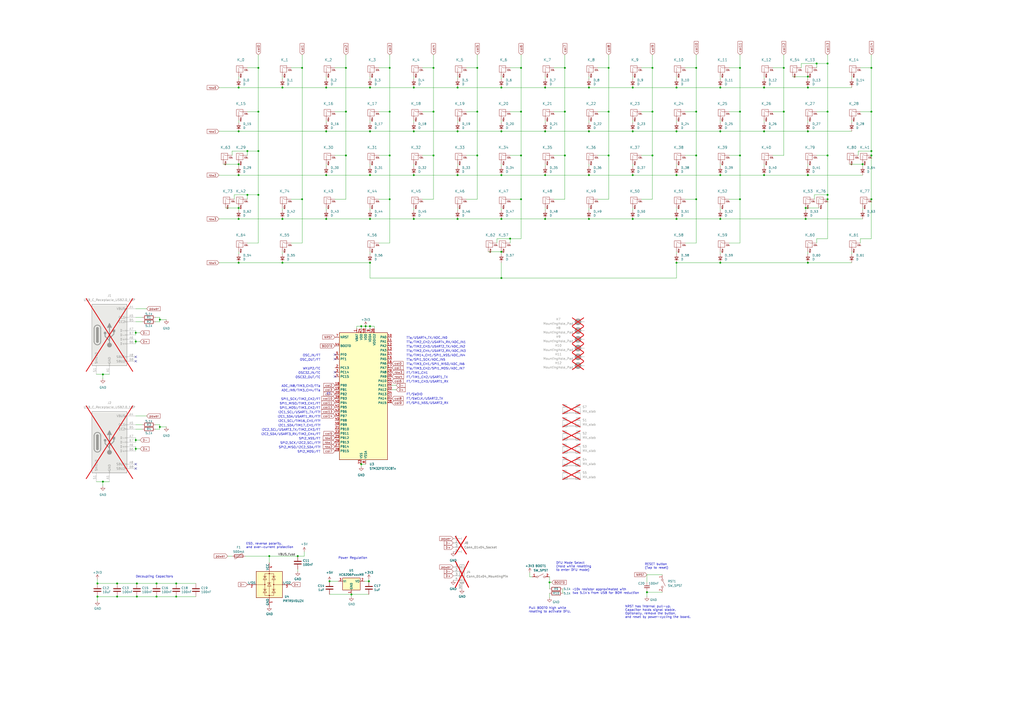
<source format=kicad_sch>
(kicad_sch (version 20231120) (generator "eeschema") (generator_version "8.0")
  (paper "A2")
  (junction (at 265.43 76.2))
  (junction (at 367.03 127))
  (junction (at 302.26 39.37))
  (junction (at 138.43 76.2))
  (junction (at 318.77 337.82))
  (junction (at 214.63 101.6))
  (junction (at 378.46 90.17))
  (junction (at 505.46 39.37))
  (junction (at 480.06 90.17))
  (junction (at 468.63 152.4))
  (junction (at 78.74 255.27))
  (junction (at 443.23 101.6))
  (junction (at 367.03 50.8))
  (junction (at 316.23 127))
  (junction (at 290.83 161.29))
  (junction (at 163.83 127))
  (junction (at 189.23 101.6))
  (junction (at 302.26 115.57))
  (junction (at 78.74 198.12))
  (junction (at 251.46 39.37))
  (junction (at 375.285 343.535))
  (junction (at 417.83 101.6))
  (junction (at 138.43 127))
  (junction (at 276.86 64.77))
  (junction (at 67.945 338.455))
  (junction (at 392.43 127))
  (junction (at 67.945 346.075))
  (junction (at 214.63 152.4))
  (junction (at 473.71 36.83))
  (junction (at 203.835 344.805) (diameter 0.9144))
  (junction (at 226.06 64.77))
  (junction (at 392.43 101.6))
  (junction (at 353.06 39.37))
  (junction (at 403.86 64.77))
  (junction (at 505.46 87.63))
  (junction (at 251.46 90.17))
  (junction (at 443.23 76.2))
  (junction (at 189.23 76.2))
  (junction (at 56.515 338.455))
  (junction (at 214.63 50.8))
  (junction (at 295.91 138.43))
  (junction (at 454.66 39.37))
  (junction (at 429.26 64.77))
  (junction (at 290.83 101.6))
  (junction (at 265.43 50.8))
  (junction (at 251.46 64.77))
  (junction (at 367.03 76.2))
  (junction (at 149.86 113.03))
  (junction (at 290.83 76.2))
  (junction (at 138.43 101.6))
  (junction (at 468.63 50.8))
  (junction (at 143.51 87.63))
  (junction (at 417.83 127))
  (junction (at 302.26 64.77))
  (junction (at 265.43 127))
  (junction (at 149.86 39.37))
  (junction (at 240.03 76.2))
  (junction (at 341.63 50.8))
  (junction (at 367.03 101.6))
  (junction (at 429.26 90.17))
  (junction (at 480.06 115.57))
  (junction (at 156.21 322.58))
  (junction (at 403.86 115.57))
  (junction (at 240.03 50.8))
  (junction (at 327.66 39.37))
  (junction (at 290.83 146.05))
  (junction (at 92.71 247.65))
  (junction (at 392.43 76.2))
  (junction (at 59.69 217.17))
  (junction (at 403.86 90.17))
  (junction (at 143.51 113.03))
  (junction (at 138.43 120.65))
  (junction (at 92.71 185.42))
  (junction (at 78.74 260.35))
  (junction (at 175.26 39.37))
  (junction (at 191.135 337.185))
  (junction (at 467.36 127))
  (junction (at 505.46 115.57))
  (junction (at 240.03 127))
  (junction (at 378.46 64.77))
  (junction (at 226.06 39.37))
  (junction (at 226.06 115.57))
  (junction (at 467.36 120.65))
  (junction (at 149.86 64.77))
  (junction (at 163.83 152.4))
  (junction (at 163.83 50.8))
  (junction (at 265.43 101.6))
  (junction (at 276.86 39.37))
  (junction (at 468.63 76.2))
  (junction (at 429.26 115.57))
  (junction (at 189.23 127))
  (junction (at 443.23 50.8))
  (junction (at 79.375 338.455))
  (junction (at 209.55 269.24))
  (junction (at 500.38 95.25))
  (junction (at 56.515 346.075))
  (junction (at 480.06 113.03))
  (junction (at 59.69 279.4))
  (junction (at 213.995 337.185))
  (junction (at 290.83 50.8))
  (junction (at 189.23 50.8))
  (junction (at 341.63 127))
  (junction (at 138.43 152.4))
  (junction (at 138.43 95.25))
  (junction (at 505.46 64.77))
  (junction (at 200.66 64.77))
  (junction (at 468.63 101.6))
  (junction (at 341.63 101.6))
  (junction (at 392.43 152.4))
  (junction (at 341.63 76.2))
  (junction (at 102.235 346.075))
  (junction (at 505.46 90.17))
  (junction (at 102.235 338.455))
  (junction (at 316.23 101.6))
  (junction (at 149.86 87.63))
  (junction (at 468.63 44.45))
  (junction (at 327.66 64.77))
  (junction (at 403.86 39.37))
  (junction (at 79.375 346.075))
  (junction (at 209.55 189.23))
  (junction (at 378.46 39.37))
  (junction (at 214.63 189.23))
  (junction (at 138.43 50.8))
  (junction (at 200.66 39.37))
  (junction (at 240.03 101.6))
  (junction (at 226.06 90.17))
  (junction (at 353.06 64.77))
  (junction (at 454.66 64.77))
  (junction (at 353.06 90.17))
  (junction (at 90.805 338.455))
  (junction (at 429.26 39.37))
  (junction (at 327.66 90.17))
  (junction (at 392.43 50.8))
  (junction (at 175.26 115.57))
  (junction (at 316.23 50.8))
  (junction (at 417.83 152.4))
  (junction (at 417.83 50.8))
  (junction (at 214.63 127))
  (junction (at 214.63 76.2))
  (junction (at 90.805 346.075))
  (junction (at 172.72 322.58))
  (junction (at 480.06 64.77))
  (junction (at 316.23 76.2))
  (junction (at 276.86 90.17))
  (junction (at 212.09 189.23))
  (junction (at 290.83 127))
  (junction (at 200.66 90.17))
  (junction (at 480.06 36.83))
  (junction (at 78.74 193.04))
  (junction (at 417.83 76.2))
  (junction (at 302.26 90.17))
  (no_connect (at 78.74 209.55))
  (no_connect (at 194.31 205.74))
  (no_connect (at 78.74 207.01))
  (no_connect (at 78.74 269.24))
  (no_connect (at 78.74 271.78))
  (no_connect (at 194.31 218.44))
  (no_connect (at 194.31 208.28))
  (no_connect (at 194.31 215.9))
  (wire (pts (xy 78.74 191.77) (xy 78.74 193.04)))
  (wire (pts (xy 397.51 64.77) (xy 403.86 64.77)))
  (wire (pts (xy 82.55 246.38) (xy 78.74 246.38)))
  (wire (pts (xy 308.61 334.645) (xy 307.34 334.645)))
  (wire (pts (xy 397.51 39.37) (xy 403.86 39.37)))
  (wire (pts (xy 127 101.6) (xy 138.43 101.6)))
  (wire (pts (xy 417.83 69.85) (xy 417.83 71.12)))
  (wire (pts (xy 443.23 76.2) (xy 468.63 76.2)))
  (wire (pts (xy 392.43 50.8) (xy 417.83 50.8)))
  (wire (pts (xy 245.11 90.17) (xy 251.46 90.17)))
  (wire (pts (xy 240.03 76.2) (xy 265.43 76.2)))
  (wire (pts (xy 397.51 115.57) (xy 403.86 115.57)))
  (wire (pts (xy 143.51 113.03) (xy 143.51 115.57)))
  (wire (pts (xy 494.03 146.05) (xy 494.03 147.32)))
  (wire (pts (xy 480.06 31.75) (xy 480.06 36.83)))
  (wire (pts (xy 378.46 39.37) (xy 378.46 64.77)))
  (wire (pts (xy 378.46 90.17) (xy 378.46 64.77)))
  (wire (pts (xy 473.71 138.43) (xy 480.06 138.43)))
  (wire (pts (xy 473.71 64.77) (xy 480.06 64.77)))
  (wire (pts (xy 341.63 76.2) (xy 367.03 76.2)))
  (wire (pts (xy 353.06 115.57) (xy 353.06 90.17)))
  (wire (pts (xy 443.23 95.25) (xy 443.23 96.52)))
  (wire (pts (xy 454.66 90.17) (xy 454.66 64.77)))
  (wire (pts (xy 138.43 120.65) (xy 138.43 121.92)))
  (wire (pts (xy 367.03 69.85) (xy 367.03 71.12)))
  (wire (pts (xy 138.43 95.25) (xy 138.43 96.52)))
  (wire (pts (xy 163.83 44.45) (xy 163.83 45.72)))
  (wire (pts (xy 378.46 31.75) (xy 378.46 39.37)))
  (wire (pts (xy 302.26 138.43) (xy 302.26 115.57)))
  (wire (pts (xy 92.71 247.65) (xy 96.52 247.65)))
  (wire (pts (xy 372.11 64.77) (xy 378.46 64.77)))
  (wire (pts (xy 341.63 120.65) (xy 341.63 121.92)))
  (wire (pts (xy 443.23 44.45) (xy 443.23 45.72)))
  (wire (pts (xy 226.06 140.97) (xy 226.06 115.57)))
  (wire (pts (xy 318.77 344.17) (xy 318.77 346.71)))
  (wire (pts (xy 78.74 193.04) (xy 81.28 193.04)))
  (wire (pts (xy 163.83 146.05) (xy 163.83 147.32)))
  (wire (pts (xy 497.84 90.17) (xy 497.84 87.63)))
  (wire (pts (xy 270.51 90.17) (xy 276.86 90.17)))
  (wire (pts (xy 214.63 189.23) (xy 214.63 190.5)))
  (wire (pts (xy 505.46 115.57) (xy 505.46 138.43)))
  (wire (pts (xy 78.74 198.12) (xy 78.74 196.85)))
  (wire (pts (xy 163.83 152.4) (xy 214.63 152.4)))
  (wire (pts (xy 392.43 146.05) (xy 392.43 147.32)))
  (wire (pts (xy 229.87 226.06) (xy 227.33 226.06)))
  (wire (pts (xy 422.91 140.97) (xy 429.26 140.97)))
  (wire (pts (xy 375.285 333.375) (xy 384.175 333.375)))
  (wire (pts (xy 448.31 64.77) (xy 454.66 64.77)))
  (wire (pts (xy 156.21 322.58) (xy 142.24 322.58)))
  (wire (pts (xy 214.63 127) (xy 240.03 127)))
  (wire (pts (xy 79.375 346.075) (xy 90.805 346.075)))
  (wire (pts (xy 321.31 90.17) (xy 327.66 90.17)))
  (wire (pts (xy 429.26 140.97) (xy 429.26 115.57)))
  (wire (pts (xy 468.63 146.05) (xy 468.63 147.32)))
  (wire (pts (xy 135.89 113.03) (xy 143.51 113.03)))
  (wire (pts (xy 78.74 255.27) (xy 78.74 256.54)))
  (wire (pts (xy 175.26 140.97) (xy 175.26 115.57)))
  (wire (pts (xy 316.23 44.45) (xy 316.23 45.72)))
  (wire (pts (xy 341.63 50.8) (xy 367.03 50.8)))
  (wire (pts (xy 240.03 50.8) (xy 265.43 50.8)))
  (wire (pts (xy 302.26 90.17) (xy 302.26 64.77)))
  (wire (pts (xy 92.71 248.92) (xy 90.17 248.92)))
  (wire (pts (xy 219.71 39.37) (xy 226.06 39.37)))
  (wire (pts (xy 480.06 36.83) (xy 480.06 64.77)))
  (wire (pts (xy 467.36 127) (xy 500.38 127)))
  (wire (pts (xy 288.29 138.43) (xy 295.91 138.43)))
  (wire (pts (xy 207.01 189.23) (xy 209.55 189.23)))
  (wire (pts (xy 59.69 281.94) (xy 59.69 279.4)))
  (wire (pts (xy 265.43 120.65) (xy 265.43 121.92)))
  (wire (pts (xy 302.26 31.75) (xy 302.26 39.37)))
  (wire (pts (xy 207.01 189.23) (xy 207.01 190.5)))
  (wire (pts (xy 78.74 260.35) (xy 78.74 261.62)))
  (wire (pts (xy 163.83 120.65) (xy 163.83 121.92)))
  (wire (pts (xy 251.46 39.37) (xy 251.46 64.77)))
  (wire (pts (xy 127 127) (xy 138.43 127)))
  (wire (pts (xy 214.63 44.45) (xy 214.63 45.72)))
  (wire (pts (xy 194.31 64.77) (xy 200.66 64.77)))
  (wire (pts (xy 175.26 31.75) (xy 175.26 39.37)))
  (wire (pts (xy 214.63 161.29) (xy 290.83 161.29)))
  (wire (pts (xy 494.03 69.85) (xy 494.03 71.12)))
  (wire (pts (xy 290.83 161.29) (xy 392.43 161.29)))
  (wire (pts (xy 211.455 337.185) (xy 213.995 337.185)))
  (wire (pts (xy 341.63 101.6) (xy 367.03 101.6)))
  (wire (pts (xy 90.805 338.455) (xy 102.235 338.455)))
  (wire (pts (xy 203.835 344.805) (xy 213.995 344.805)))
  (wire (pts (xy 467.36 120.65) (xy 474.98 120.65)))
  (wire (pts (xy 505.46 90.17) (xy 505.46 115.57)))
  (wire (pts (xy 403.86 140.97) (xy 403.86 115.57)))
  (wire (pts (xy 316.23 50.8) (xy 341.63 50.8)))
  (wire (pts (xy 270.51 39.37) (xy 276.86 39.37)))
  (wire (pts (xy 367.03 44.45) (xy 367.03 45.72)))
  (wire (pts (xy 219.71 64.77) (xy 226.06 64.77)))
  (wire (pts (xy 240.03 69.85) (xy 240.03 71.12)))
  (wire (pts (xy 467.36 120.65) (xy 467.36 121.92)))
  (wire (pts (xy 473.71 90.17) (xy 480.06 90.17)))
  (wire (pts (xy 505.46 87.63) (xy 505.46 90.17)))
  (wire (pts (xy 295.91 90.17) (xy 302.26 90.17)))
  (wire (pts (xy 500.38 120.65) (xy 500.38 121.92)))
  (wire (pts (xy 127 152.4) (xy 138.43 152.4)))
  (wire (pts (xy 397.51 90.17) (xy 403.86 90.17)))
  (wire (pts (xy 90.17 184.15) (xy 92.71 184.15)))
  (wire (pts (xy 209.55 189.23) (xy 212.09 189.23)))
  (wire (pts (xy 397.51 140.97) (xy 403.86 140.97)))
  (wire (pts (xy 417.83 152.4) (xy 468.63 152.4)))
  (wire (pts (xy 194.31 90.17) (xy 200.66 90.17)))
  (wire (pts (xy 67.945 346.075) (xy 56.515 346.075)))
  (wire (pts (xy 270.51 115.57) (xy 276.86 115.57)))
  (wire (pts (xy 138.43 146.05) (xy 138.43 147.32)))
  (wire (pts (xy 464.82 39.37) (xy 464.82 36.83)))
  (wire (pts (xy 288.29 138.43) (xy 288.29 140.97)))
  (wire (pts (xy 82.55 184.15) (xy 78.74 184.15)))
  (wire (pts (xy 290.83 127) (xy 316.23 127)))
  (wire (pts (xy 276.86 115.57) (xy 276.86 90.17)))
  (wire (pts (xy 316.23 95.25) (xy 316.23 96.52)))
  (wire (pts (xy 480.06 90.17) (xy 480.06 64.77)))
  (wire (pts (xy 327.66 115.57) (xy 327.66 90.17)))
  (wire (pts (xy 480.06 115.57) (xy 480.06 138.43)))
  (wire (pts (xy 473.71 36.83) (xy 473.71 39.37)))
  (wire (pts (xy 403.86 90.17) (xy 403.86 64.77)))
  (wire (pts (xy 316.23 69.85) (xy 316.23 71.12)))
  (wire (pts (xy 422.91 115.57) (xy 429.26 115.57)))
  (wire (pts (xy 327.66 90.17) (xy 327.66 64.77)))
  (wire (pts (xy 295.91 138.43) (xy 302.26 138.43)))
  (wire (pts (xy 468.63 152.4) (xy 494.03 152.4)))
  (wire (pts (xy 492.76 95.25) (xy 500.38 95.25)))
  (wire (pts (xy 392.43 101.6) (xy 417.83 101.6)))
  (wire (pts (xy 392.43 44.45) (xy 392.43 45.72)))
  (wire (pts (xy 353.06 39.37) (xy 353.06 64.77)))
  (wire (pts (xy 372.11 90.17) (xy 378.46 90.17)))
  (wire (pts (xy 429.26 39.37) (xy 429.26 64.77)))
  (wire (pts (xy 392.43 76.2) (xy 417.83 76.2)))
  (wire (pts (xy 316.23 127) (xy 341.63 127)))
  (wire (pts (xy 302.26 39.37) (xy 302.26 64.77)))
  (wire (pts (xy 194.31 39.37) (xy 200.66 39.37)))
  (wire (pts (xy 327.66 39.37) (xy 327.66 64.77)))
  (wire (pts (xy 217.17 189.23) (xy 217.17 190.5)))
  (wire (pts (xy 134.62 90.17) (xy 134.62 87.63)))
  (wire (pts (xy 90.805 346.075) (xy 102.235 346.075)))
  (wire (pts (xy 295.91 64.77) (xy 302.26 64.77)))
  (wire (pts (xy 290.83 161.29) (xy 290.83 152.4)))
  (wire (pts (xy 90.17 246.38) (xy 92.71 246.38)))
  (wire (pts (xy 138.43 44.45) (xy 138.43 45.72)))
  (wire (pts (xy 59.69 279.4) (xy 63.5 279.4)))
  (wire (pts (xy 468.63 50.8) (xy 494.03 50.8)))
  (wire (pts (xy 143.51 39.37) (xy 149.86 39.37)))
  (wire (pts (xy 316.23 120.65) (xy 316.23 121.92)))
  (wire (pts (xy 175.26 39.37) (xy 175.26 115.57)))
  (wire (pts (xy 156.21 322.58) (xy 156.21 326.39)))
  (wire (pts (xy 367.03 95.25) (xy 367.03 96.52)))
  (wire (pts (xy 367.03 50.8) (xy 392.43 50.8)))
  (wire (pts (xy 194.31 115.57) (xy 200.66 115.57)))
  (wire (pts (xy 295.91 39.37) (xy 302.26 39.37)))
  (wire (pts (xy 295.91 115.57) (xy 302.26 115.57)))
  (wire (pts (xy 59.69 217.17) (xy 63.5 217.17)))
  (wire (pts (xy 214.63 76.2) (xy 240.03 76.2)))
  (wire (pts (xy 302.26 115.57) (xy 302.26 90.17)))
  (wire (pts (xy 341.63 69.85) (xy 341.63 71.12)))
  (wire (pts (xy 82.55 186.69) (xy 78.74 186.69)))
  (wire (pts (xy 505.46 39.37) (xy 505.46 64.77)))
  (wire (pts (xy 276.86 39.37) (xy 276.86 64.77)))
  (wire (pts (xy 443.23 50.8) (xy 468.63 50.8)))
  (wire (pts (xy 56.515 335.915) (xy 56.515 338.455)))
  (wire (pts (xy 240.03 127) (xy 265.43 127)))
  (wire (pts (xy 290.83 69.85) (xy 290.83 71.12)))
  (wire (pts (xy 265.43 69.85) (xy 265.43 71.12)))
  (wire (pts (xy 92.71 185.42) (xy 96.52 185.42)))
  (wire (pts (xy 459.74 44.45) (xy 468.63 44.45)))
  (wire (pts (xy 251.46 90.17) (xy 251.46 64.77)))
  (wire (pts (xy 214.63 101.6) (xy 240.03 101.6)))
  (wire (pts (xy 143.51 87.63) (xy 143.51 90.17)))
  (wire (pts (xy 92.71 184.15) (xy 92.71 185.42)))
  (wire (pts (xy 240.03 95.25) (xy 240.03 96.52)))
  (wire (pts (xy 290.83 95.25) (xy 290.83 96.52)))
  (wire (pts (xy 468.63 101.6) (xy 500.38 101.6)))
  (wire (pts (xy 265.43 95.25) (xy 265.43 96.52)))
  (wire (pts (xy 464.82 36.83) (xy 473.71 36.83)))
  (wire (pts (xy 321.31 64.77) (xy 327.66 64.77)))
  (wire (pts (xy 189.23 101.6) (xy 214.63 101.6)))
  (wire (pts (xy 392.43 95.25) (xy 392.43 96.52)))
  (wire (pts (xy 92.71 247.65) (xy 92.71 248.92)))
  (wire (pts (xy 327.66 31.75) (xy 327.66 39.37)))
  (wire (pts (xy 79.375 338.455) (xy 90.805 338.455)))
  (wire (pts (xy 276.86 90.17) (xy 276.86 64.77)))
  (wire (pts (xy 318.77 334.645) (xy 318.77 337.82)))
  (wire (pts (xy 138.43 127) (xy 163.83 127)))
  (wire (pts (xy 346.71 39.37) (xy 353.06 39.37)))
  (wire (pts (xy 497.84 87.63) (xy 505.46 87.63)))
  (wire (pts (xy 127 76.2) (xy 138.43 76.2)))
  (wire (pts (xy 422.91 39.37) (xy 429.26 39.37)))
  (wire (pts (xy 454.66 31.75) (xy 454.66 39.37)))
  (wire (pts (xy 143.51 87.63) (xy 149.86 87.63)))
  (wire (pts (xy 321.31 115.57) (xy 327.66 115.57)))
  (wire (pts (xy 212.09 189.23) (xy 212.09 190.5)))
  (wire (pts (xy 143.51 64.77) (xy 149.86 64.77)))
  (wire (pts (xy 392.43 127) (xy 417.83 127)))
  (wire (pts (xy 321.31 39.37) (xy 327.66 39.37)))
  (wire (pts (xy 200.66 39.37) (xy 200.66 64.77)))
  (wire (pts (xy 200.66 115.57) (xy 200.66 90.17)))
  (wire (pts (xy 78.74 260.35) (xy 81.28 260.35)))
  (wire (pts (xy 372.11 39.37) (xy 378.46 39.37)))
  (wire (pts (xy 189.23 127) (xy 214.63 127)))
  (wire (pts (xy 149.86 39.37) (xy 149.86 64.77)))
  (wire (pts (xy 265.43 101.6) (xy 290.83 101.6)))
  (wire (pts (xy 417.83 127) (xy 467.36 127)))
  (wire (pts (xy 417.83 95.25) (xy 417.83 96.52)))
  (wire (pts (xy 138.43 76.2) (xy 189.23 76.2)))
  (wire (pts (xy 417.83 101.6) (xy 443.23 101.6)))
  (wire (pts (xy 283.21 146.05) (xy 290.83 146.05)))
  (wire (pts (xy 316.23 76.2) (xy 341.63 76.2)))
  (wire (pts (xy 318.77 337.82) (xy 318.77 341.63)))
  (wire (pts (xy 189.23 50.8) (xy 214.63 50.8)))
  (wire (pts (xy 200.66 90.17) (xy 200.66 64.77)))
  (wire (pts (xy 214.63 50.8) (xy 240.03 50.8)))
  (wire (pts (xy 318.77 337.82) (xy 320.04 337.82)))
  (wire (pts (xy 290.83 76.2) (xy 316.23 76.2)))
  (wire (pts (xy 79.375 346.075) (xy 67.945 346.075)))
  (wire (pts (xy 163.83 127) (xy 189.23 127)))
  (wire (pts (xy 138.43 69.85) (xy 138.43 71.12)))
  (wire (pts (xy 443.23 101.6) (xy 468.63 101.6)))
  (wire (pts (xy 429.26 31.75) (xy 429.26 39.37)))
  (wire (pts (xy 78.74 193.04) (xy 78.74 194.31)))
  (wire (pts (xy 138.43 50.8) (xy 163.83 50.8)))
  (wire (pts (xy 168.91 140.97) (xy 175.26 140.97)))
  (wire (pts (xy 172.72 322.58) (xy 176.53 322.58)))
  (wire (pts (xy 132.08 322.58) (xy 134.62 322.58)))
  (wire (pts (xy 240.03 120.65) (xy 240.03 121.92)))
  (wire (pts (xy 67.945 338.455) (xy 56.515 338.455)))
  (wire (pts (xy 290.83 101.6) (xy 316.23 101.6)))
  (wire (pts (xy 214.63 95.25) (xy 214.63 96.52)))
  (wire (pts (xy 78.74 260.35) (xy 78.74 259.08)))
  (wire (pts (xy 240.03 44.45) (xy 240.03 45.72)))
  (wire (pts (xy 168.91 39.37) (xy 175.26 39.37)))
  (wire (pts (xy 367.03 101.6) (xy 392.43 101.6)))
  (wire (pts (xy 189.23 76.2) (xy 214.63 76.2)))
  (wire (pts (xy 448.31 90.17) (xy 454.66 90.17)))
  (wire (pts (xy 78.74 254) (xy 78.74 255.27)))
  (wire (pts (xy 92.71 246.38) (xy 92.71 247.65)))
  (wire (pts (xy 149.86 87.63) (xy 149.86 113.03)))
  (wire (pts (xy 505.46 87.63) (xy 505.46 64.77)))
  (wire (pts (xy 265.43 76.2) (xy 290.83 76.2)))
  (wire (pts (xy 417.83 146.05) (xy 417.83 147.32)))
  (wire (pts (xy 163.83 50.8) (xy 189.23 50.8)))
  (wire (pts (xy 290.83 146.05) (xy 290.83 147.32)))
  (wire (pts (xy 290.83 44.45) (xy 290.83 45.72)))
  (wire (pts (xy 378.46 115.57) (xy 378.46 90.17)))
  (wire (pts (xy 341.63 127) (xy 367.03 127)))
  (wire (pts (xy 422.91 90.17) (xy 429.26 90.17)))
  (wire (pts (xy 209.55 269.24) (xy 212.09 269.24)))
  (wire (pts (xy 79.375 338.455) (xy 67.945 338.455)))
  (wire (pts (xy 265.43 127) (xy 290.83 127)))
  (wire (pts (xy 505.46 31.75) (xy 505.46 39.37)))
  (wire (pts (xy 55.88 217.17) (xy 59.69 217.17)))
  (wire (pts (xy 472.44 113.03) (xy 480.06 113.03)))
  (wire (pts (xy 200.66 31.75) (xy 200.66 39.37)))
  (wire (pts (xy 392.43 152.4) (xy 417.83 152.4)))
  (wire (pts (xy 214.63 161.29) (xy 214.63 152.4)))
  (wire (pts (xy 341.63 95.25) (xy 341.63 96.52)))
  (wire (pts (xy 203.835 346.075) (xy 203.835 344.805)))
  (wire (pts (xy 375.285 346.075) (xy 375.285 343.535)))
  (wire (pts (xy 443.23 69.85) (xy 443.23 71.12)))
  (wire (pts (xy 78.74 255.27) (xy 81.28 255.27)))
  (wire (pts (xy 138.43 152.4) (xy 163.83 152.4)))
  (wire (pts (xy 92.71 185.42) (xy 92.71 186.69)))
  (wire (pts (xy 129.54 95.25) (xy 138.43 95.25)))
  (wire (pts (xy 189.23 44.45) (xy 189.23 45.72)))
  (wire (pts (xy 290.83 50.8) (xy 316.23 50.8)))
  (wire (pts (xy 240.03 101.6) (xy 265.43 101.6)))
  (wire (pts (xy 468.63 44.45) (xy 468.63 45.72)))
  (wire (pts (xy 468.63 69.85) (xy 468.63 71.12)))
  (wire (pts (xy 149.86 87.63) (xy 149.86 64.77)))
  (wire (pts (xy 245.11 115.57) (xy 251.46 115.57)))
  (wire (pts (xy 214.63 189.23) (xy 212.09 189.23)))
  (wire (pts (xy 78.74 198.12) (xy 78.74 199.39)))
  (wire (pts (xy 209.55 270.51) (xy 209.55 269.24)))
  (wire (pts (xy 499.11 138.43) (xy 499.11 140.97)))
  (wire (pts (xy 82.55 248.92) (xy 78.74 248.92)))
  (wire (pts (xy 403.86 39.37) (xy 403.86 64.77)))
  (wire (pts (xy 214.63 120.65) (xy 214.63 121.92)))
  (wire (pts (xy 156.21 322.58) (xy 172.72 322.58)))
  (wire (pts (xy 499.11 64.77) (xy 505.46 64.77)))
  (wire (pts (xy 78.74 198.12) (xy 81.28 198.12)))
  (wire (pts (xy 226.06 31.75) (xy 226.06 39.37)))
  (wire (pts (xy 367.03 127) (xy 392.43 127)))
  (wire (pts (xy 499.11 138.43) (xy 505.46 138.43)))
  (wire (pts (xy 346.71 90.17) (xy 353.06 90.17)))
  (wire (pts (xy 472.44 113.03) (xy 472.44 115.57)))
  (wire (pts (xy 85.09 179.07) (xy 78.74 179.07)))
  (wire (pts (xy 353.06 31.75) (xy 353.06 39.37)))
  (wire (pts (xy 375.285 343.535) (xy 375.285 342.9)))
  (wire (pts (xy 149.86 113.03) (xy 149.86 140.97)))
  (wire (pts (xy 172.72 331.47) (xy 172.72 330.2)))
  (wire (pts (xy 245.11 64.77) (xy 251.46 64.77)))
  (wire (pts (xy 59.69 219.71) (xy 59.69 217.17)))
  (wire (pts (xy 417.83 120.65) (xy 417.83 121.92)))
  (wire (pts (xy 92.71 186.69) (xy 90.17 186.69)))
  (wire (pts (xy 214.63 189.23) (xy 217.17 189.23)))
  (wire (pts (xy 307.34 334.645) (xy 307.34 332.105)))
  (wire (pts (xy 245.11 39.37) (xy 251.46 39.37)))
  (wire (pts (xy 251.46 31.75) (xy 251.46 39.37)))
  (wire (pts (xy 480.06 113.03) (xy 480.06 90.17)))
  (wire (pts (xy 346.71 64.77) (xy 353.06 64.77)))
  (wire (pts (xy 229.87 223.52) (xy 227.33 223.52)))
  (wire (pts (xy 417.83 50.8) (xy 443.23 50.8)))
  (wire (pts (xy 127 50.8) (xy 138.43 50.8)))
  (wire (pts (xy 143.51 140.97) (xy 149.86 140.97)))
  (wire (pts (xy 55.88 279.4) (xy 59.69 279.4)))
  (wire (pts (xy 392.43 161.29) (xy 392.43 152.4)))
  (wire (pts (xy 429.26 115.57) (xy 429.26 90.17)))
  (wire (pts (xy 219.71 90.17) (xy 226.06 90.17)))
  (wire (pts (xy 143.51 113.03) (xy 149.86 113.03)))
  (wire (pts (xy 367.03 120.65) (xy 367.03 121.92)))
  (wire (pts (xy 191.135 337.185) (xy 196.215 337.185)))
  (wire (pts (xy 138.43 101.6) (xy 189.23 101.6)))
  (wire (pts (xy 403.86 31.75) (xy 403.86 39.37)))
  (wire (pts (xy 429.26 90.17) (xy 429.26 64.77)))
  (wire (pts (xy 276.86 31.75) (xy 276.86 39.37)))
  (wire (pts (xy 480.06 113.03) (xy 480.06 115.57)))
  (wire (pts (xy 422.91 64.77) (xy 429.26 64.77)))
  (wire (pts (xy 134.62 87.63) (xy 143.51 87.63)))
  (wire (pts (xy 270.51 64.77) (xy 276.86 64.77)))
  (wire (pts (xy 392.43 69.85) (xy 392.43 71.12)))
  (wire (pts (xy 226.06 39.37) (xy 226.06 64.77)))
  (wire (pts (xy 214.63 69.85) (xy 214.63 71.12)))
  (wire (pts (xy 189.23 120.65) (xy 189.23 121.92)))
  (wire (pts (xy 209.55 189.23) (xy 209.55 190.5)))
  (wire (pts (xy 219.71 115.57) (xy 226.06 115.57)))
  (wire (pts (xy 454.66 39.37) (xy 454.66 64.77)))
  (wire (pts (xy 214.63 146.05) (xy 214.63 147.32)))
  (wire (pts (xy 499.11 39.37) (xy 505.46 39.37)))
  (wire (pts (xy 213.995 335.915) (xy 213.995 337.185)))
  (wire (pts (xy 500.38 95.25) (xy 500.38 96.52)))
  (wire (pts (xy 102.235 346.075) (xy 113.665 346.075)))
  (wire (pts (xy 265.43 50.8) (xy 290.83 50.8)))
  (wire (pts (xy 290.83 120.65) (xy 290.83 121.92)))
  (wire (pts (xy 226.06 115.57) (xy 226.06 90.17)))
  (wire (pts (xy 265.43 44.45) (xy 265.43 45.72)))
  (wire (pts (xy 326.39 341.63) (xy 326.39 344.17)))
  (wire (pts (xy 176.53 320.04) (xy 176.53 322.58)))
  (wire (pts (xy 468.63 76.2) (xy 494.03 76.2)))
  (wire (pts (xy 417.83 76.2) (xy 443.23 76.2)))
  (wire (pts (xy 494.03 44.45) (xy 494.03 45.72)))
  (wire (pts (xy 56.515 348.615) (xy 56.515 346.075)))
  (wire (pts (xy 403.86 115.57) (xy 403.86 90.17)))
  (wire (pts (xy 149.86 31.75) (xy 149.86 39.37)))
  (wire (pts (xy 135.89 115.57) (xy 135.89 113.03)))
  (wire (pts (xy 189.23 69.85) (xy 189.23 71.12)))
  (wire (pts (xy 353.06 90.17) (xy 353.06 64.77)))
  (wire (pts (xy 417.83 44.45) (xy 417.83 45.72)))
  (wire (pts (xy 226.06 90.17) (xy 226.06 64.77)))
  (wire (pts (xy 473.71 138.43) (xy 473.71 140.97)))
  (wire (pts (xy 473.71 36.83) (xy 480.06 36.83)))
  (wire (pts (xy 251.46 115.57) (xy 251.46 90.17)))
  (wire (pts (xy 295.91 138.43) (xy 295.91 140.97)))
  (wire (pts (xy 372.11 115.57) (xy 378.46 115.57)))
  (wire (pts (xy 346.71 115.57) (xy 353.06 115.57)))
  (wire (pts (xy 130.81 120.65) (xy 138.43 120.65)))
  (wire (pts (xy 375.285 343.535) (xy 384.175 343.535)))
  (wire (pts (xy 168.91 115.57) (xy 175.26 115.57)))
  (wire (pts (xy 392.43 120.65) (xy 392.43 121.92)))
  (wire (pts (xy 189.23 95.25) (xy 189.23 96.52)))
  (wire (pts (xy 367.03 76.2) (xy 392.43 76.2)))
  (wire (pts (xy 85.09 241.3) (xy 78.74 241.3)))
  (wire (pts (xy 203.835 344.805) (xy 191.135 344.805)))
  (wire (pts (xy 448.31 39.37) (xy 454.66 39.37)))
  (wire (pts (xy 375.285 333.375) (xy 375.285 337.82)))
  (wire (pts (xy 219.71 140.97) (xy 226.06 140.97)))
  (wire (pts (xy 316.23 101.6) (xy 341.63 101.6)))
  (wire (pts (xy 341.63 44.45) (xy 341.63 45.72)))
  (wire (pts (xy 468.63 95.25) (xy 468.63 96.52)))
  (wire (pts (xy 102.235 338.455) (xy 113.665 338.455)))
  (text "FT/SWDIO" (at 235.712 229.616 0) (effects (font (size 1.27 1.27)) (justify left bottom)))
  (text "FT/TIM1_CH3/USART1_RX" (at 235.712 222.25 0) (effects (font (size 1.27 1.27)) (justify left bottom)))
  (text "TTa/TIM14_CH1/SPI1_NSS/ADC_IN4" (at 235.712 207.01 0) (effects (font (size 1.27 1.27)) (justify left bottom)))
  (text "FT/SWCLK/USART2_TX" (at 235.712 232.156 0) (effects (font (size 1.27 1.27)) (justify left bottom)))
  (text "TTa/USART4_TX/ADC_IN0" (at 235.712 196.85 0) (effects (font (size 1.27 1.27)) (justify left bottom)))
  (text "I2C1_SCL/USART1_TX/FTf" (at 185.928 240.03 0) (effects (font (size 1.27 1.27)) (justify right bottom)))
  (text "SPI2_MISO/I2C2_SDA/FTf" (at 185.928 260.35 0) (effects (font (size 1.27 1.27)) (justify right bottom)))
  (text "I2C1_SDA/TIM17_CH1/FTf" (at 185.928 247.65 0) (effects (font (size 1.27 1.27)) (justify right bottom)))
  (text "SPI2_SCK/I2C2_SCL/FTf" (at 185.928 257.81 0) (effects (font (size 1.27 1.27)) (justify right bottom)))
  (text "OSC32_IN/TC" (at 185.928 217.17 0) (effects (font (size 1.27 1.27)) (justify right bottom)))
  (text "TTa/SPI1_SCK/ADC_IN5" (at 235.712 209.55 0) (effects (font (size 1.27 1.27)) (justify left bottom)))
  (text "TTa/TIM2_CH2/USART4_RX/ADC_IN1" (at 235.712 199.39 0) (effects (font (size 1.27 1.27)) (justify left bottom)))
  (text "SPI1_SCK/TIM2_CH2/FT" (at 185.928 232.41 0) (effects (font (size 1.27 1.27)) (justify right bottom)))
  (text "I2C2_SCL/USART3_TX/TIM2_CH3/FT" (at 185.928 250.19 0) (effects (font (size 1.27 1.27)) (justify right bottom)))
  (text "I2C1_SDA/USART1_RX/FTf" (at 185.928 242.57 0) (effects (font (size 1.27 1.27)) (justify right bottom)))
  (text "WKUP2/TC" (at 185.928 214.63 0) (effects (font (size 1.27 1.27)) (justify right bottom)))
  (text "OSC_IN/FT" (at 185.928 207.01 0) (effects (font (size 1.27 1.27)) (justify right bottom)))
  (text "DFU Mode Select\n(Hold while resetting\nto enter DFU mode)" (at 322.58 331.47 0) (effects (font (size 1.27 1.27)) (justify left bottom)))
  (text "Power Regulation" (at 196.215 324.485 0) (effects (font (size 1.27 1.27)) (justify left bottom)))
  (text "TTa/TIM3_CH1/SPI1_MISO/ADC_IN6" (at 235.712 212.09 0) (effects (font (size 1.27 1.27)) (justify left bottom)))
  (text "SPI1_MISO/TIM3_CH1/FT" (at 185.928 234.95 0) (effects (font (size 1.27 1.27)) (justify right bottom)))
  (text "ADC_IN9/TIM3_CH4/TTa" (at 185.928 227.33 0) (effects (font (size 1.27 1.27)) (justify right bottom)))
  (text "FT/SPI1_NSS/USART2_RX" (at 235.712 234.696 0) (effects (font (size 1.27 1.27)) (justify left bottom)))
  (text "FT/TIM1_CH2/USART1_TX" (at 235.712 219.71 0) (effects (font (size 1.27 1.27)) (justify left bottom)))
  (text "I2C2_SDA/USART3_RX/TIM2_CH4/FT" (at 185.928 252.73 0) (effects (font (size 1.27 1.27)) (justify right bottom)))
  (text "SPI2_NSS/FT" (at 185.928 255.27 0) (effects (font (size 1.27 1.27)) (justify right bottom)))
  (text "Pull BOOT0 high while \nreseting to activate DFU." (at 306.705 355.6 0) (effects (font (size 1.27 1.27)) (justify left bottom)))
  (text "RESET button\n(Tap to reset)" (at 374.015 330.2 0) (effects (font (size 1.27 1.27)) (justify left bottom)))
  (text "TTa/TIM3_CH2/SPI1_MOSI/ADC_IN7" (at 235.712 214.63 0) (effects (font (size 1.27 1.27)) (justify left bottom)))
  (text "SPI2_MOSI/FT" (at 185.928 262.89 0) (effects (font (size 1.27 1.27)) (justify right bottom)))
  (text "OSC_OUT/FT" (at 185.928 209.55 0) (effects (font (size 1.27 1.27)) (justify right bottom)))
  (text "I2C1_SCL/TIM16_CH1/FTf" (at 185.928 245.11 0) (effects (font (size 1.27 1.27)) (justify right bottom)))
  (text "TTa/TIM2_CH4/USART2_RX/ADC_IN3" (at 235.712 204.47 0) (effects (font (size 1.27 1.27)) (justify left bottom)))
  (text "FT" (at 191.77 229.362 0) (effects (font (size 1.27 1.27)) (justify right bottom)))
  (text "NRST has internal pull-up.\nCapacitor holds signal stable.\nOptionally, remove the button,\nand reset by power-cycling the board." (at 362.585 358.775 0) (effects (font (size 1.27 1.27)) (justify left bottom)))
  (text "ESD, reverse polarity,\nand over-current protection" (at 142.748 318.262 0) (effects (font (size 1.27 1.27)) (justify left bottom)))
  (text "SPI1_MOSI/TIM3_CH2/FT" (at 185.928 237.49 0) (effects (font (size 1.27 1.27)) (justify right bottom)))
  (text "FT/TIM1_CH1" (at 235.712 217.17 0) (effects (font (size 1.27 1.27)) (justify left bottom)))
  (text "TTa/TIM2_CH3/USART2_TX/ADC_IN2" (at 235.712 201.93 0) (effects (font (size 1.27 1.27)) (justify left bottom)))
  (text "Decoupling Capacitors" (at 78.74 335.28 0) (effects (font (size 1.27 1.27)) (justify left bottom)))
  (text "~10k resistor approximated with\ntwo 5.1k's from USB for BOM reduction" (at 332.105 344.805 0) (effects (font (size 1.27 1.27)) (justify left bottom)))
  (text "ADC_IN8/TIM3_CH3/TTa" (at 185.928 224.79 0) (effects (font (size 1.27 1.27)) (justify right bottom)))
  (text "OSC32_OUT/TC" (at 185.928 219.71 0) (effects (font (size 1.27 1.27)) (justify right bottom)))
  (label "VBUS_fuse" (at 161.29 322.58 0))
  (global_label "D+" (shape input) (at 168.91 339.09 0) (property "Intersheetrefs" "${INTERSHEET_REFS}" (effects (hide yes))))
  (global_label "col10" (shape input) (at 194.31 231.14 180) (property "Intersheetrefs" "${INTERSHEET_REFS}" (effects (hide yes))))
  (global_label "D-" (shape input) (at 81.28 255.27 0) (property "Intersheetrefs" "${INTERSHEET_REFS}" (effects (hide yes))))
  (global_label "power" (shape input) (at 85.09 241.3 0) (property "Intersheetrefs" "${INTERSHEET_REFS}" (effects (hide yes))))
  (global_label "col1" (shape input) (at 227.33 213.36 0) (property "Intersheetrefs" "${INTERSHEET_REFS}" (effects (hide yes))))
  (global_label "D-" (shape input) (at 143.51 339.09 180) (property "Intersheetrefs" "${INTERSHEET_REFS}" (effects (hide yes))))
  (global_label "D-" (shape input) (at 81.28 193.04 0) (property "Intersheetrefs" "${INTERSHEET_REFS}" (effects (hide yes))))
  (global_label "row4" (shape input) (at 127 152.4 180) (property "Intersheetrefs" "${INTERSHEET_REFS}" (effects (hide yes))))
  (global_label "col2" (shape input) (at 194.31 223.52 180) (property "Intersheetrefs" "${INTERSHEET_REFS}" (effects (hide yes))))
  (global_label "D+" (shape input) (at 81.28 198.12 0) (property "Intersheetrefs" "${INTERSHEET_REFS}" (effects (hide yes))))
  (global_label "col10" (shape input) (at 403.86 31.75 90) (property "Intersheetrefs" "${INTERSHEET_REFS}" (effects (hide yes))))
  (global_label "D-" (shape input) (at 229.87 223.52 0) (property "Intersheetrefs" "${INTERSHEET_REFS}" (effects (hide yes))))
  (global_label "power" (shape input) (at 85.09 179.07 0) (property "Intersheetrefs" "${INTERSHEET_REFS}" (effects (hide yes))))
  (global_label "col7" (shape input) (at 327.66 31.75 90) (property "Intersheetrefs" "${INTERSHEET_REFS}" (effects (hide yes))))
  (global_label "D+" (shape input) (at 81.28 260.35 0) (property "Intersheetrefs" "${INTERSHEET_REFS}" (effects (hide yes))))
  (global_label "power" (shape input) (at 262.89 328.93 180) (property "Intersheetrefs" "${INTERSHEET_REFS}" (effects (hide yes))))
  (global_label "col2" (shape input) (at 200.66 31.75 90) (property "Intersheetrefs" "${INTERSHEET_REFS}" (effects (hide yes))))
  (global_label "col8" (shape input) (at 227.33 231.14 0) (property "Intersheetrefs" "${INTERSHEET_REFS}" (effects (hide yes))))
  (global_label "col13" (shape input) (at 194.31 238.76 180) (property "Intersheetrefs" "${INTERSHEET_REFS}" (effects (hide yes))))
  (global_label "row2" (shape input) (at 127 101.6 180) (property "Intersheetrefs" "${INTERSHEET_REFS}" (effects (hide yes))))
  (global_label "D+" (shape input) (at 229.87 226.06 0) (property "Intersheetrefs" "${INTERSHEET_REFS}" (effects (hide yes))))
  (global_label "col13" (shape input) (at 480.06 31.75 90) (property "Intersheetrefs" "${INTERSHEET_REFS}" (effects (hide yes))))
  (global_label "col11" (shape input) (at 194.31 233.68 180) (property "Intersheetrefs" "${INTERSHEET_REFS}" (effects (hide yes))))
  (global_label "col8" (shape input) (at 353.06 31.75 90) (property "Intersheetrefs" "${INTERSHEET_REFS}" (effects (hide yes))))
  (global_label "row2" (shape input) (at 194.31 259.08 180) (property "Intersheetrefs" "${INTERSHEET_REFS}" (effects (hide yes))))
  (global_label "col4" (shape input) (at 194.31 228.6 180) (property "Intersheetrefs" "${INTERSHEET_REFS}" (effects (hide yes))))
  (global_label "col5" (shape input) (at 276.86 31.75 90) (property "Intersheetrefs" "${INTERSHEET_REFS}" (effects (hide yes))))
  (global_label "row3" (shape input) (at 127 127 180) (property "Intersheetrefs" "${INTERSHEET_REFS}" (effects (hide yes))))
  (global_label "col9" (shape input) (at 227.33 233.68 0) (property "Intersheetrefs" "${INTERSHEET_REFS}" (effects (hide yes))))
  (global_label "power" (shape input) (at 132.08 322.58 180) (property "Intersheetrefs" "${INTERSHEET_REFS}" (effects (hide yes))))
  (global_label "D+" (shape input) (at 262.89 334.01 180) (property "Intersheetrefs" "${INTERSHEET_REFS}" (effects (hide yes))))
  (global_label "D-" (shape input) (at 262.89 331.47 180) (property "Intersheetrefs" "${INTERSHEET_REFS}" (effects (hide yes))))
  (global_label "col9" (shape input) (at 378.46 31.75 90) (property "Intersheetrefs" "${INTERSHEET_REFS}" (effects (hide yes))))
  (global_label "col6" (shape input) (at 302.26 31.75 90) (property "Intersheetrefs" "${INTERSHEET_REFS}" (effects (hide yes))))
  (global_label "col6" (shape input) (at 227.33 220.98 0) (property "Intersheetrefs" "${INTERSHEET_REFS}" (effects (hide yes))))
  (global_label "NRST" (shape input) (at 194.31 195.58 180) (property "Intersheetrefs" "${INTERSHEET_REFS}" (effects (hide yes))))
  (global_label "col11" (shape input) (at 429.26 31.75 90) (property "Intersheetrefs" "${INTERSHEET_REFS}" (effects (hide yes))))
  (global_label "D+" (shape input) (at 262.89 317.5 180) (property "Intersheetrefs" "${INTERSHEET_REFS}" (effects (hide yes))))
  (global_label "BOOT0" (shape input) (at 194.31 200.66 180) (property "Intersheetrefs" "${INTERSHEET_REFS}" (effects (hide yes))))
  (global_label "row0" (shape input) (at 127 50.8 180) (property "Intersheetrefs" "${INTERSHEET_REFS}" (effects (hide yes))))
  (global_label "col3" (shape input) (at 226.06 31.75 90) (property "Intersheetrefs" "${INTERSHEET_REFS}" (effects (hide yes))))
  (global_label "row1" (shape input) (at 194.31 256.54 180) (property "Intersheetrefs" "${INTERSHEET_REFS}" (effects (hide yes))))
  (global_label "col7" (shape input) (at 194.31 261.62 180) (property "Intersheetrefs" "${INTERSHEET_REFS}" (effects (hide yes))))
  (global_label "row0" (shape input) (at 194.31 254 180) (property "Intersheetrefs" "${INTERSHEET_REFS}" (effects (hide yes))))
  (global_label "NRST" (shape input) (at 375.285 333.375 180) (property "Intersheetrefs" "${INTERSHEET_REFS}" (effects (hide yes))))
  (global_label "col1" (shape input) (at 175.26 31.75 90) (property "Intersheetrefs" "${INTERSHEET_REFS}" (effects (hide yes))))
  (global_label "power" (shape input) (at 262.89 312.42 180) (property "Intersheetrefs" "${INTERSHEET_REFS}" (effects (hide yes))))
  (global_label "D-" (shape input) (at 262.89 314.96 180) (property "Intersheetrefs" "${INTERSHEET_REFS}" (effects (hide yes))))
  (global_label "row3" (shape input) (at 227.33 215.9 0) (property "Intersheetrefs" "${INTERSHEET_REFS}" (effects (hide yes))))
  (global_label "row4" (shape input) (at 227.33 218.44 0) (property "Intersheetrefs" "${INTERSHEET_REFS}" (effects (hide yes))))
  (global_label "col14" (shape input) (at 194.31 241.3 180) (property "Intersheetrefs" "${INTERSHEET_REFS}" (effects (hide yes))))
  (global_label "col5" (shape input) (at 194.31 251.46 180) (property "Intersheetrefs" "${INTERSHEET_REFS}" (effects (hide yes))))
  (global_label "row1" (shape input) (at 127 76.2 180) (property "Intersheetrefs" "${INTERSHEET_REFS}" (effects (hide yes))))
  (global_label "col14" (shape input) (at 505.46 31.75 90) (property "Intersheetrefs" "${INTERSHEET_REFS}" (effects (hide yes))))
  (global_label "col4" (shape input) (at 251.46 31.75 90) (property "Intersheetrefs" "${INTERSHEET_REFS}" (effects (hide yes))))
  (global_label "col12" (shape input) (at 194.31 236.22 180) (property "Intersheetrefs" "${INTERSHEET_REFS}" (effects (hide yes))))
  (global_label "col3" (shape input) (at 194.31 226.06 180) (property "Intersheetrefs" "${INTERSHEET_REFS}" (effects (hide yes))))
  (global_label "BOOT0" (shape input) (at 320.04 337.82 0) (property "Intersheetrefs" "${INTERSHEET_REFS}" (effects (hide yes))))
  (global_label "col0" (shape input) (at 149.86 31.75 90) (property "Intersheetrefs" "${INTERSHEET_REFS}" (effects (hide yes))))
  (global_label "col0" (shape input) (at 227.33 210.82 0) (property "Intersheetrefs" "${INTERSHEET_REFS}" (effects (hide yes))))
  (global_label "col12" (shape input) (at 454.66 31.75 90) (property "Intersheetrefs" "${INTERSHEET_REFS}" (effects (hide yes))))
  (symbol (lib_id "Device:C") (at 172.72 326.39 0) (unit 1)
    (property "Reference" "C11" (at 175.641 325.2216 0) (effects (justify left)))
    (property "Value" "100nF" (at 175.641 327.533 0) (effects (justify left)))
    (property "Footprint" "Capacitor_SMD:C_0402_1005Metric" (effects (hide yes)))
    (property "LCSC" "C307331" (effects (hide yes)))
  )
  (symbol (lib_id "MX_Alps_Hybrid:MX-NoLED") (at 495.3 40.64 0) (unit 1) (in_bom no)
    (property "Reference" "K_14" (at 495.3 34.7218 0) (effects (font (size 1.524 1.524))))
    (property "Value" "KEYSW" (effects (hide yes)))
    (property "Footprint" "keyboard_switches:SW_Cherry_MX_PCB_1.00u" (effects (hide yes)))
  )
  (symbol (lib_id "Device:R") (at 322.58 344.17 270) (mirror x) (unit 1)
    (property "Reference" "R10" (at 322.58 344.17 90))
    (property "Value" "5.1k" (at 328.93 344.17 90))
    (property "Footprint" "Resistor_SMD:R_0603_1608Metric_Pad0.98x0.95mm_HandSolder" (effects (hide yes)))
  )
  (symbol (lib_id "MX_Alps_Hybrid:MX-NoLED") (at 317.5 91.44 0) (unit 1) (in_bom no)
    (property "Reference" "K_35" (at 317.5 85.5218 0) (effects (font (size 1.524 1.524))))
    (property "Value" "KEYSW" (effects (hide yes)))
    (property "Footprint" "keyboard_switches:SW_Cherry_MX_PCB_1.00u" (effects (hide yes)))
  )
  (symbol (lib_id "MX_Alps_Hybrid:MX-NoLED") (at 190.5 116.84 0) (unit 1) (in_bom no)
    (property "Reference" "K_43" (at 190.5 110.9218 0) (effects (font (size 1.524 1.524))))
    (property "Value" "KEYSW" (effects (hide yes)))
    (property "Footprint" "keyboard_switches:SW_Cherry_MX_PCB_1.00u" (effects (hide yes)))
  )
  (symbol (lib_name "GND_1") (lib_id "power:GND") (at 262.89 336.55 0) (unit 1)
    (property "Reference" "#PWR05" (effects (hide yes)))
    (property "Value" "GND" (at 262.89 341.63 0))
    (property "Description" "Power symbol creates a global label with name \"GND\" , ground" (effects (hide yes)))
  )
  (symbol (lib_id "Device:D_Small") (at 494.03 149.86 90) (unit 1)
    (property "Reference" "D_61" (at 496.57 148.082 90) (effects (justify right)))
    (property "Value" "D" (at 496.57 150.368 90) (effects (justify right)))
    (property "Footprint" "custom_components:D_SOD-123_vertical" (effects (hide yes)))
  )
  (symbol (lib_id "MX_Alps_Hybrid:MX-NoLED") (at 190.5 66.04 0) (unit 1) (in_bom no)
    (property "Reference" "K_16" (at 190.5 60.1218 0) (effects (font (size 1.524 1.524))))
    (property "Value" "KEYSW" (effects (hide yes)))
    (property "Footprint" "keyboard_switches:SW_Cherry_MX_PCB_1.00u" (effects (hide yes)))
  )
  (symbol (lib_id "MX_Alps_Hybrid:MX-NoLED") (at 266.7 40.64 0) (unit 1) (in_bom no)
    (property "Reference" "K_5" (at 266.7 34.7218 0) (effects (font (size 1.524 1.524))))
    (property "Value" "KEYSW" (effects (hide yes)))
    (property "Footprint" "keyboard_switches:SW_Cherry_MX_PCB_1.00u" (effects (hide yes)))
  )
  (symbol (lib_id "Device:D_Small") (at 163.83 48.26 90) (unit 1)
    (property "Reference" "D_1" (at 166.37 46.482 90) (effects (justify right)))
    (property "Value" "D" (at 166.37 48.768 90) (effects (justify right)))
    (property "Footprint" "custom_components:D_SOD-123_vertical" (effects (hide yes)))
  )
  (symbol (lib_id "Device:D_Small") (at 240.03 73.66 90) (unit 1)
    (property "Reference" "D_18" (at 242.57 71.882 90) (effects (justify right)))
    (property "Value" "D" (at 242.57 74.168 90) (effects (justify right)))
    (property "Footprint" "custom_components:D_SOD-123_vertical" (effects (hide yes)))
  )
  (symbol (lib_id "MX_Alps_Hybrid:MX-NoLED") (at 241.3 66.04 0) (unit 1) (in_bom no)
    (property "Reference" "K_18" (at 241.3 60.1218 0) (effects (font (size 1.524 1.524))))
    (property "Value" "KEYSW" (effects (hide yes)))
    (property "Footprint" "keyboard_switches:SW_Cherry_MX_PCB_1.00u" (effects (hide yes)))
  )
  (symbol (lib_id "MX_Alps_Hybrid:MX-NoLED") (at 368.3 66.04 0) (unit 1) (in_bom no)
    (property "Reference" "K_23" (at 368.3 60.1218 0) (effects (font (size 1.524 1.524))))
    (property "Value" "KEYSW" (effects (hide yes)))
    (property "Footprint" "keyboard_switches:SW_Cherry_MX_PCB_1.00u" (effects (hide yes)))
  )
  (symbol (lib_id "MX_Alps_Hybrid:MX-NoLED") (at 139.7 142.24 0) (unit 1) (in_bom no)
    (property "Reference" "K_64" (at 139.7 136.3218 0) (effects (font (size 1.524 1.524))))
    (property "Value" "KEYSW" (effects (hide yes)))
    (property "Footprint" "keyboard_switches:SW_Cherry_MX_PCB_1.25u_x_1.50u" (effects (hide yes)))
  )
  (symbol (lib_id "power:+3V3") (at 212.09 189.23 0) (unit 1)
    (property "Reference" "#PWR016" (effects (hide yes)))
    (property "Value" "+3V3" (at 212.09 185.42 0))
  )
  (symbol (lib_id "Mechanical:MountingHole_Pad") (at 336.55 207.01 90) (unit 1) (exclude_from_sim yes) (in_bom no) (dnp yes)
    (property "Reference" "H11" (at 323.85 205.486 90))
    (property "Value" "MountingHole_Pad" (at 323.85 208.026 90))
    (property "Footprint" "custom_mounting_hole:MountingHole_5mmx2.5mm_M2_Pad" (effects (hide yes)))
    (property "Description" "Mounting Hole with connection" (effects (hide yes)))
  )
  (symbol (lib_id "Device:D_Small") (at 417.83 48.26 90) (unit 1)
    (property "Reference" "D_11" (at 420.37 46.482 90) (effects (justify right)))
    (property "Value" "D" (at 420.37 48.768 90) (effects (justify right)))
    (property "Footprint" "custom_components:D_SOD-123_vertical" (effects (hide yes)))
  )
  (symbol (lib_id "power:GND") (at 209.55 270.51 0) (unit 1)
    (property "Reference" "#PWR015" (effects (hide yes)))
    (property "Value" "GND" (at 209.55 275.59 0))
  )
  (symbol (lib_id "Device:R") (at 86.36 186.69 270) (unit 1)
    (property "Reference" "R2" (at 86.36 186.69 90))
    (property "Value" "5.1k" (at 86.36 188.976 90))
    (property "Footprint" "Resistor_SMD:R_0603_1608Metric_Pad0.98x0.95mm_HandSolder" (effects (hide yes)))
    (property "Description" "Resistor" (effects (hide yes)))
  )
  (symbol (lib_id "MX_Alps_Hybrid:MX-NoLED") (at 317.5 116.84 0) (unit 1) (in_bom no)
    (property "Reference" "K_48" (at 317.5 110.9218 0) (effects (font (size 1.524 1.524))))
    (property "Value" "KEYSW" (effects (hide yes)))
    (property "Footprint" "keyboard_switches:SW_Cherry_MX_PCB_1.00u" (effects (hide yes)))
  )
  (symbol (lib_id "Mechanical:MountingHole_Pad") (at 336.55 212.09 90) (unit 1) (exclude_from_sim yes) (in_bom no) (dnp yes)
    (property "Reference" "H12" (at 323.85 210.566 90))
    (property "Value" "MountingHole_Pad" (at 323.85 213.106 90))
    (property "Footprint" "custom_mounting_hole:MountingHole_2.5mm_M2_Pad" (effects (hide yes)))
    (property "Description" "Mounting Hole with connection" (effects (hide yes)))
  )
  (symbol (lib_id "Device:D_Small") (at 367.03 73.66 90) (unit 1)
    (property "Reference" "D_23" (at 369.57 71.882 90) (effects (justify right)))
    (property "Value" "D" (at 369.57 74.168 90) (effects (justify right)))
    (property "Footprint" "custom_components:D_SOD-123_vertical" (effects (hide yes)))
  )
  (symbol (lib_id "power:GND") (at 59.69 219.71 0) (unit 1)
    (property "Reference" "#PWR02" (effects (hide yes)))
    (property "Value" "GND" (at 59.69 224.79 0))
  )
  (symbol (lib_id "Device:D_Small") (at 189.23 99.06 90) (unit 1)
    (property "Reference" "D_30" (at 191.77 97.282 90) (effects (justify right)))
    (property "Value" "D" (at 191.77 99.568 90) (effects (justify right)))
    (property "Footprint" "custom_components:D_SOD-123_vertical" (effects (hide yes)))
  )
  (symbol (lib_id "Connector:USB_C_Receptacle_USB2.0_16P") (at 63.5 256.54 0) (unit 1) (in_bom no) (dnp yes)
    (property "Reference" "J2" (at 63.5 233.68 0))
    (property "Value" "USB_C_Receptacle_USB2.0_16P" (at 63.5 236.22 0))
    (property "Footprint" "custom_components:USB_C_Receptacle_G-Switch_GT-USB-7010ASV_custom" (effects (hide yes)))
    (property "Datasheet" "https://www.usb.org/sites/default/files/documents/usb_type-c.zip" (effects (hide yes)))
    (property "Description" "USB 2.0-only 16P Type-C Receptacle connector" (effects (hide yes)))
  )
  (symbol (lib_id "Device:D_Small") (at 443.23 73.66 90) (unit 1)
    (property "Reference" "D_26" (at 445.77 71.882 90) (effects (justify right)))
    (property "Value" "D" (at 445.77 74.168 90) (effects (justify right)))
    (property "Footprint" "custom_components:D_SOD-123_vertical" (effects (hide yes)))
  )
  (symbol (lib_id "Device:D_Small") (at 341.63 73.66 90) (unit 1)
    (property "Reference" "D_22" (at 344.17 71.882 90) (effects (justify right)))
    (property "Value" "D" (at 344.17 74.168 90) (effects (justify right)))
    (property "Footprint" "custom_components:D_SOD-123_vertical" (effects (hide yes)))
  )
  (symbol (lib_id "MX_Alps_Hybrid:MX-NoLED") (at 165.1 116.84 0) (unit 1) (in_bom no)
    (property "Reference" "K_74" (at 165.1 110.9218 0) (effects (font (size 1.524 1.524))))
    (property "Value" "KEYSW" (effects (hide yes)))
    (property "Footprint" "keyboard_switches:SW_Cherry_MX_PCB_1.00u" (effects (hide yes)))
  )
  (symbol (lib_id "marbastlib-mx:MX_stab") (at 331.47 260.35 0) (unit 1) (in_bom no) (dnp yes)
    (property "Reference" "S3" (at 337.82 258.9529 0) (effects (justify left)))
    (property "Value" "MX_stab" (at 337.82 261.4929 0) (effects (justify left)))
    (property "Footprint" "keyboard_stabilizer:Stabilizer_Cherry_MX_2.00u" (effects (hide yes)))
    (property "Description" "Cherry MX-style stabilizer" (effects (hide yes)))
  )
  (symbol (lib_id "Device:C") (at 79.375 342.265 0) (unit 1)
    (property "Reference" "C15" (at 82.296 341.0966 0) (effects (justify left)))
    (property "Value" "100nF" (at 82.296 343.408 0) (effects (justify left)))
    (property "Footprint" "Capacitor_SMD:C_0402_1005Metric" (effects (hide yes)))
    (property "LCSC" "C307331" (effects (hide yes)))
  )
  (symbol (lib_id "power:GND") (at 318.77 346.71 0) (unit 1)
    (property "Reference" "#PWR028" (effects (hide yes)))
    (property "Value" "GND" (at 322.58 349.25 0))
  )
  (symbol (lib_id "MX_Alps_Hybrid:MX-NoLED") (at 266.7 91.44 0) (unit 1) (in_bom no)
    (property "Reference" "K_33" (at 266.7 85.5218 0) (effects (font (size 1.524 1.524))))
    (property "Value" "KEYSW" (effects (hide yes)))
    (property "Footprint" "keyboard_switches:SW_Cherry_MX_PCB_1.00u" (effects (hide yes)))
  )
  (symbol (lib_id "MX_Alps_Hybrid:MX-NoLED") (at 342.9 40.64 0) (unit 1) (in_bom no)
    (property "Reference" "K_8" (at 342.9 34.7218 0) (effects (font (size 1.524 1.524))))
    (property "Value" "KEYSW" (effects (hide yes)))
    (property "Footprint" "keyboard_switches:SW_Cherry_MX_PCB_1.00u" (effects (hide yes)))
  )
  (symbol (lib_id "MX_Alps_Hybrid:MX-NoLED") (at 139.7 91.44 0) (unit 1) (in_bom no)
    (property "Reference" "K_29" (at 139.7 85.5218 0) (effects (font (size 1.524 1.524))))
    (property "Value" "KEYSW" (effects (hide yes)))
    (property "Footprint" "keyboard_switches:SW_Cherry_MX_PCB_1.75u" (effects (hide yes)))
  )
  (symbol (lib_id "MX_Alps_Hybrid:MX-NoLED") (at 284.48 142.24 0) (unit 1) (in_bom no)
    (property "Reference" "K_62" (at 284.48 136.3218 0) (effects (font (size 1.524 1.524))))
    (property "Value" "KEYSW" (effects (hide yes)))
    (property "Footprint" "keyboard_switches:SW_Cherry_MX_PCB_7.00u" (effects (hide yes)))
  )
  (symbol (lib_id "Mechanical:MountingHole_Pad") (at 336.55 201.93 90) (unit 1) (exclude_from_sim yes) (in_bom no) (dnp yes)
    (property "Reference" "H10" (at 323.85 200.406 90))
    (property "Value" "MountingHole_Pad" (at 323.85 202.946 90))
    (property "Footprint" "custom_mounting_hole:MountingHole_5mmx2.5mm_M2_Pad" (effects (hide yes)))
    (property "Description" "Mounting Hole with connection" (effects (hide yes)))
  )
  (symbol (lib_id "Device:D_Small") (at 290.83 73.66 90) (unit 1)
    (property "Reference" "D_20" (at 293.37 71.882 90) (effects (justify right)))
    (property "Value" "D" (at 293.37 74.168 90) (effects (justify right)))
    (property "Footprint" "custom_components:D_SOD-123_vertical" (effects (hide yes)))
  )
  (symbol (lib_id "MX_Alps_Hybrid:MX-NoLED") (at 292.1 91.44 0) (unit 1) (in_bom no)
    (property "Reference" "K_34" (at 292.1 85.5218 0) (effects (font (size 1.524 1.524))))
    (property "Value" "KEYSW" (effects (hide yes)))
    (property "Footprint" "keyboard_switches:SW_Cherry_MX_PCB_1.00u" (effects (hide yes)))
  )
  (symbol (lib_id "Device:D_Small") (at 290.83 48.26 90) (unit 1)
    (property "Reference" "D_6" (at 293.37 46.482 90) (effects (justify right)))
    (property "Value" "D" (at 293.37 48.768 90) (effects (justify right)))
    (property "Footprint" "custom_components:D_SOD-123_vertical" (effects (hide yes)))
  )
  (symbol (lib_id "MX_Alps_Hybrid:MX-NoLED") (at 476.25 116.84 0) (unit 1) (in_bom no)
    (property "Reference" "K_76" (at 476.25 110.9218 0) (effects (font (size 1.524 1.524))))
    (property "Value" "KEYSW" (effects (hide yes)))
    (property "Footprint" "keyboard_switches:SW_Cherry_MX_PCB_1.75u" (effects (hide yes)))
  )
  (symbol (lib_id "Device:D_Small") (at 316.23 73.66 90) (unit 1)
    (property "Reference" "D_21" (at 318.77 71.882 90) (effects (justify right)))
    (property "Value" "D" (at 318.77 74.168 90) (effects (justify right)))
    (property "Footprint" "custom_components:D_SOD-123_vertical" (effects (hide yes)))
  )
  (symbol (lib_id "MX_Alps_Hybrid:MX-NoLED") (at 368.3 40.64 0) (unit 1) (in_bom no)
    (property "Reference" "K_9" (at 368.3 34.7218 0) (effects (font (size 1.524 1.524))))
    (property "Value" "KEYSW" (effects (hide yes)))
    (property "Footprint" "keyboard_switches:SW_Cherry_MX_PCB_1.00u" (effects (hide yes)))
  )
  (symbol (lib_id "Device:C") (at 67.945 342.265 0) (unit 1)
    (property "Reference" "C13" (at 70.866 341.0966 0) (effects (justify left)))
    (property "Value" "100nF" (at 70.866 343.408 0) (effects (justify left)))
    (property "Footprint" "Capacitor_SMD:C_0402_1005Metric" (effects (hide yes)))
    (property "LCSC" "C307331" (effects (hide yes)))
  )
  (symbol (lib_id "Device:C") (at 113.665 342.265 0) (unit 1)
    (property "Reference" "C19" (at 116.586 341.0966 0) (effects (justify left)))
    (property "Value" "100nF" (at 116.586 343.408 0) (effects (justify left)))
    (property "Footprint" "Capacitor_SMD:C_0402_1005Metric" (effects (hide yes)))
    (property "LCSC" "C307331" (effects (hide yes)))
  )
  (symbol (lib_id "Connector:USB_C_Receptacle_USB2.0_16P") (at 63.5 194.31 0) (unit 1) (in_bom no) (dnp yes)
    (property "Reference" "J1" (at 63.5 171.45 0))
    (property "Value" "USB_C_Receptacle_USB2.0_16P" (at 63.5 173.99 0))
    (property "Footprint" "custom_components:USB_C_Receptacle_G-Switch_GT-USB-7010ASV_custom" (effects (hide yes)))
    (property "Datasheet" "https://www.usb.org/sites/default/files/documents/usb_type-c.zip" (effects (hide yes)))
    (property "Description" "USB 2.0-only 16P Type-C Receptacle connector" (effects (hide yes)))
  )
  (symbol (lib_id "MX_Alps_Hybrid:MX-NoLED") (at 292.1 66.04 0) (unit 1) (in_bom no)
    (property "Reference" "K_20" (at 292.1 60.1218 0) (effects (font (size 1.524 1.524))))
    (property "Value" "KEYSW" (effects (hide yes)))
    (property "Footprint" "keyboard_switches:SW_Cherry_MX_PCB_1.00u" (effects (hide yes)))
  )
  (symbol (lib_id "Device:D_Small") (at 214.63 149.86 90) (unit 1)
    (property "Reference" "D_56" (at 217.17 148.082 90) (effects (justify right)))
    (property "Value" "D" (at 217.17 150.368 90) (effects (justify right)))
    (property "Footprint" "custom_components:D_SOD-123_vertical" (effects (hide yes)))
  )
  (symbol (lib_id "Device:D_Small") (at 341.63 124.46 90) (unit 1)
    (property "Reference" "D_49" (at 344.17 122.682 90) (effects (justify right)))
    (property "Value" "D" (at 344.17 124.968 90) (effects (justify right)))
    (property "Footprint" "custom_components:D_SOD-123_vertical" (effects (hide yes)))
  )
  (symbol (lib_id "MX_Alps_Hybrid:MX-NoLED") (at 469.9 66.04 0) (unit 1) (in_bom no)
    (property "Reference" "K_27" (at 469.9 60.1218 0) (effects (font (size 1.524 1.524))))
    (property "Value" "KEYSW" (effects (hide yes)))
    (property "Footprint" "keyboard_switches:SW_Cherry_MX_PCB_1.00u" (effects (hide yes)))
  )
  (symbol (lib_id "MX_Alps_Hybrid:MX-NoLED") (at 494.03 91.44 0) (unit 1) (in_bom no)
    (property "Reference" "K_80" (at 494.03 85.5218 0) (effects (font (size 1.524 1.524))))
    (property "Value" "KEYSW" (effects (hide yes)))
    (property "Footprint" "keyboard_switches:SW_Cherry_MX_PCB_ISOEnter" (effects (hide yes)))
  )
  (symbol (lib_id "Device:D_Small") (at 341.63 99.06 90) (unit 1)
    (property "Reference" "D_36" (at 344.17 97.282 90) (effects (justify right)))
    (property "Value" "D" (at 344.17 99.568 90) (effects (justify right)))
    (property "Footprint" "custom_components:D_SOD-123_vertical" (effects (hide yes)))
  )
  (symbol (lib_id "MX_Alps_Hybrid:MX-NoLED") (at 393.7 66.04 0) (unit 1) (in_bom no)
    (property "Reference" "K_24" (at 393.7 60.1218 0) (effects (font (size 1.524 1.524))))
    (property "Value" "KEYSW" (effects (hide yes)))
    (property "Footprint" "keyboard_switches:SW_Cherry_MX_PCB_1.00u" (effects (hide yes)))
  )
  (symbol (lib_id "MX_Alps_Hybrid:MX-NoLED") (at 215.9 66.04 0) (unit 1) (in_bom no)
    (property "Reference" "K_17" (at 215.9 60.1218 0) (effects (font (size 1.524 1.524))))
    (property "Value" "KEYSW" (effects (hide yes)))
    (property "Footprint" "keyboard_switches:SW_Cherry_MX_PCB_1.00u" (effects (hide yes)))
  )
  (symbol (lib_id "MX_Alps_Hybrid:MX-NoLED") (at 419.1 40.64 0) (unit 1) (in_bom no)
    (property "Reference" "K_11" (at 419.1 34.7218 0) (effects (font (size 1.524 1.524))))
    (property "Value" "KEYSW" (effects (hide yes)))
    (property "Footprint" "keyboard_switches:SW_Cherry_MX_PCB_1.00u" (effects (hide yes)))
  )
  (symbol (lib_id "MX_Alps_Hybrid:MX-NoLED") (at 469.9 91.44 0) (unit 1) (in_bom no)
    (property "Reference" "K_79" (at 469.9 85.5218 0) (effects (font (size 1.524 1.524))))
    (property "Value" "KEYSW" (effects (hide yes)))
    (property "Footprint" "keyboard_switches:SW_Cherry_MX_PCB_1.00u" (effects (hide yes)))
  )
  (symbol (lib_id "MX_Alps_Hybrid:MX-NoLED") (at 292.1 142.24 0) (unit 1) (in_bom no)
    (property "Reference" "K_57" (at 292.1 136.3218 0) (effects (font (size 1.524 1.524))))
    (property "Value" "KEYSW" (effects (hide yes)))
    (property "Footprint" "keyboard_switches:SW_Cherry_MX_PCB_6.25u" (effects (hide yes)))
  )
  (symbol (lib_id "MX_Alps_Hybrid:MX-NoLED") (at 419.1 91.44 0) (unit 1) (in_bom no)
    (property "Reference" "K_39" (at 419.1 85.5218 0) (effects (font (size 1.524 1.524))))
    (property "Value" "KEYSW" (effects (hide yes)))
    (property "Footprint" "keyboard_switches:SW_Cherry_MX_PCB_1.00u" (effects (hide yes)))
  )
  (symbol (lib_id "Device:R") (at 322.58 341.63 90) (unit 1)
    (property "Reference" "R9" (at 322.58 341.63 90))
    (property "Value" "5.1k" (at 328.93 341.63 90))
    (property "Footprint" "Resistor_SMD:R_0603_1608Metric_Pad0.98x0.95mm_HandSolder" (effects (hide yes)))
  )
  (symbol (lib_id "MX_Alps_Hybrid:MX-NoLED") (at 215.9 116.84 0) (unit 1) (in_bom no)
    (property "Reference" "K_44" (at 215.9 110.9218 0) (effects (font (size 1.524 1.524))))
    (property "Value" "KEYSW" (effects (hide yes)))
    (property "Footprint" "keyboard_switches:SW_Cherry_MX_PCB_1.00u" (effects (hide yes)))
  )
  (symbol (lib_id "MX_Alps_Hybrid:MX-NoLED") (at 132.08 116.84 0) (unit 1) (in_bom no)
    (property "Reference" "K_73" (at 132.08 110.9218 0) (effects (font (size 1.524 1.524))))
    (property "Value" "KEYSW" (effects (hide yes)))
    (property "Footprint" "keyboard_switches:SW_Cherry_MX_PCB_1.25u" (effects (hide yes)))
  )
  (symbol (lib_id "Device:D_Small") (at 214.63 124.46 90) (unit 1)
    (property "Reference" "D_44" (at 217.17 122.682 90) (effects (justify right)))
    (property "Value" "D" (at 217.17 124.968 90) (effects (justify right)))
    (property "Footprint" "custom_components:D_SOD-123_vertical" (effects (hide yes)))
  )
  (symbol (lib_id "Power_Protection:PRTR5V0U2X") (at 156.21 339.09 0) (unit 1)
    (property "Reference" "U4" (at 166.37 346.075 0))
    (property "Value" "PRTR5V0U2X" (at 170.18 348.615 0))
    (property "Footprint" "Package_TO_SOT_SMD:SOT-143" (effects (hide yes)))
    (property "Datasheet" "https://assets.nexperia.com/documents/data-sheet/PRTR5V0U2X.pdf" (effects (hide yes)))
    (property "LCSC" "C2827688" (effects (hide yes)))
    (property "JlcRotOffset" "90" (effects (hide yes)))
  )
  (symbol (lib_id "Device:C_Small") (at 375.285 340.36 0) (mirror y) (unit 1)
    (property "Reference" "C20" (at 374.015 338.455 0) (effects (justify left)))
    (property "Value" "100nF" (at 382.27 338.455 0) (effects (justify left)))
    (property "Footprint" "Capacitor_SMD:C_0402_1005Metric" (effects (hide yes)))
    (property "LCSC" "C307331" (effects (hide yes)))
  )
  (symbol (lib_id "Device:D_Small") (at 494.03 48.26 90) (unit 1)
    (property "Reference" "D_14" (at 496.57 46.482 90) (effects (justify right)))
    (property "Value" "D" (at 496.57 48.768 90) (effects (justify right)))
    (property "Footprint" "custom_components:D_SOD-123_vertical" (effects (hide yes)))
  )
  (symbol (lib_id "MX_Alps_Hybrid:MX-NoLED") (at 393.7 142.24 0) (unit 1) (in_bom no)
    (property "Reference" "K_58" (at 393.7 136.3218 0) (effects (font (size 1.524 1.524))))
    (property "Value" "KEYSW" (effects (hide yes)))
    (property "Footprint" "keyboard_switches:SW_Cherry_MX_PCB_1.25u" (effects (hide yes)))
  )
  (symbol (lib_id "Device:D_Small") (at 468.63 149.86 90) (unit 1)
    (property "Reference" "D_60" (at 471.17 148.082 90) (effects (justify right)))
    (property "Value" "D" (at 471.17 150.368 90) (effects (justify right)))
    (property "Footprint" "custom_components:D_SOD-123_vertical" (effects (hide yes)))
  )
  (symbol (lib_id "Device:D_Small") (at 494.03 73.66 90) (unit 1)
    (property "Reference" "D_28" (at 496.57 71.882 90) (effects (justify right)))
    (property "Value" "D" (at 496.57 74.168 90) (effects (justify right)))
    (property "Footprint" "custom_components:D_SOD-123_vertical" (effects (hide yes)))
  )
  (symbol (lib_id "MX_Alps_Hybrid:MX-NoLED") (at 215.9 40.64 0) (unit 1) (in_bom no)
    (property "Reference" "K_3" (at 215.9 34.7218 0) (effects (font (size 1.524 1.524))))
    (property "Value" "KEYSW" (effects (hide yes)))
    (property "Footprint" "keyboard_switches:SW_Cherry_MX_PCB_1.00u" (effects (hide yes)))
  )
  (symbol (lib_id "power:GND") (at 172.72 331.47 0) (unit 1)
    (property "Reference" "#PWR018" (effects (hide yes)))
    (property "Value" "GND" (at 172.72 335.915 0))
  )
  (symbol (lib_id "Device:D_Small") (at 468.63 73.66 90) (unit 1)
    (property "Reference" "D_27" (at 471.17 71.882 90) (effects (justify right)))
    (property "Value" "D" (at 471.17 74.168 90) (effects (justify right)))
    (property "Footprint" "custom_components:D_SOD-123_vertical" (effects (hide yes)))
  )
  (symbol (lib_id "MX_Alps_Hybrid:MX-NoLED") (at 393.7 91.44 0) (unit 1) (in_bom no)
    (property "Reference" "K_38" (at 393.7 85.5218 0) (effects (font (size 1.524 1.524))))
    (property "Value" "KEYSW" (effects (hide yes)))
    (property "Footprint" "keyboard_switches:SW_Cherry_MX_PCB_1.00u" (effects (hide yes)))
  )
  (symbol (lib_id "Device:D_Small") (at 417.83 73.66 90) (unit 1)
    (property "Reference" "D_25" (at 420.37 71.882 90) (effects (justify right)))
    (property "Value" "D" (at 420.37 74.168 90) (effects (justify right)))
    (property "Footprint" "custom_components:D_SOD-123_vertical" (effects (hide yes)))
  )
  (symbol (lib_id "Device:D_Small") (at 240.03 99.06 90) (unit 1)
    (property "Reference" "D_32" (at 242.57 97.282 90) (effects (justify right)))
    (property "Value" "D" (at 242.57 99.568 90) (effects (justify right)))
    (property "Footprint" "custom_components:D_SOD-123_vertical" (effects (hide yes)))
  )
  (symbol (lib_id "Device:D_Small") (at 265.43 48.26 90) (unit 1)
    (property "Reference" "D_5" (at 267.97 46.482 90) (effects (justify right)))
    (property "Value" "D" (at 267.97 48.768 90) (effects (justify right)))
    (property "Footprint" "custom_components:D_SOD-123_vertical" (effects (hide yes)))
  )
  (symbol (lib_id "Device:C") (at 56.515 342.265 0) (unit 1)
    (property "Reference" "C12" (at 59.436 341.0966 0) (effects (justify left)))
    (property "Value" "10uF" (at 59.436 343.408 0) (effects (justify left)))
    (property "Footprint" "Capacitor_SMD:C_0603_1608Metric" (effects (hide yes)))
    (property "LCSC" "C307331" (effects (hide yes)))
  )
  (symbol (lib_id "power:GND") (at 375.285 346.075 0) (mirror y) (unit 1)
    (property "Reference" "#PWR029" (effects (hide yes)))
    (property "Value" "GND" (at 379.095 347.98 0))
  )
  (symbol (lib_id "MX_Alps_Hybrid:MX-NoLED") (at 419.1 142.24 0) (unit 1) (in_bom no)
    (property "Reference" "K_59" (at 419.1 136.3218 0) (effects (font (size 1.524 1.524))))
    (property "Value" "KEYSW" (effects (hide yes)))
    (property "Footprint" "keyboard_switches:SW_Cherry_MX_PCB_1.50u_x_1.25u" (effects (hide yes)))
  )
  (symbol (lib_id "MX_Alps_Hybrid:MX-NoLED") (at 342.9 91.44 0) (unit 1) (in_bom no)
    (property "Reference" "K_36" (at 342.9 85.5218 0) (effects (font (size 1.524 1.524))))
    (property "Value" "KEYSW" (effects (hide yes)))
    (property "Footprint" "keyboard_switches:SW_Cherry_MX_PCB_1.00u" (effects (hide yes)))
  )
  (symbol (lib_id "Device:D_Small") (at 468.63 48.26 90) (unit 1)
    (property "Reference" "D_13" (at 471.17 46.482 90) (effects (justify right)))
    (property "Value" "D" (at 471.17 48.768 90) (effects (justify right)))
    (property "Footprint" "custom_components:D_SOD-123_vertical" (effects (hide yes)))
  )
  (symbol (lib_id "MX_Alps_Hybrid:MX-NoLED") (at 266.7 66.04 0) (unit 1) (in_bom no)
    (property "Reference" "K_19" (at 266.7 60.1218 0) (effects (font (size 1.524 1.524))))
    (property "Value" "KEYSW" (effects (hide yes)))
    (property "Footprint" "keyboard_switches:SW_Cherry_MX_PCB_1.00u" (effects (hide yes)))
  )
  (symbol (lib_id "Device:D_Small") (at 500.38 124.46 90) (unit 1)
    (property "Reference" "D_63" (at 502.92 122.682 90) (effects (justify right)))
    (property "Value" "D" (at 502.92 124.968 90) (effects (justify right)))
    (property "Footprint" "custom_components:D_SOD-123_vertical" (effects (hide yes)))
  )
  (symbol (lib_id "MX_Alps_Hybrid:MX-NoLED") (at 419.1 116.84 0) (unit 1) (in_bom no)
    (property "Reference" "K_52" (at 419.1 110.9218 0) (effects (font (size 1.524 1.524))))
    (property "Value" "KEYSW" (effects (hide yes)))
    (property "Footprint" "keyboard_switches:SW_Cherry_MX_PCB_1.00u" (effects (hide yes)))
  )
  (symbol (lib_id "Device:D_Small") (at 392.43 73.66 90) (unit 1)
    (property "Reference" "D_24" (at 394.97 71.882 90) (effects (justify right)))
    (property "Value" "D" (at 394.97 74.168 90) (effects (justify right)))
    (property "Footprint" "custom_components:D_SOD-123_vertical" (effects (hide yes)))
  )
  (symbol (lib_id "Device:Polyfuse") (at 138.43 322.58 90) (unit 1)
    (property "Reference" "F1" (at 138.43 317.5 90))
    (property "Value" "500mA" (at 138.43 320.04 90))
    (property "Footprint" "Fuse:Fuse_1206_3216Metric" (effects (hide yes)))
    (property "LCSC" "C135341" (effects (hide yes)))
  )
  (symbol (lib_id "MX_Alps_Hybrid:MX-NoLED") (at 469.9 40.64 0) (unit 1) (in_bom no)
    (property "Reference" "K_13" (at 469.9 34.7218 0) (effects (font (size 1.524 1.524))))
    (property "Value" "KEYSW" (effects (hide yes)))
    (property "Footprint" "keyboard_switches:SW_Cherry_MX_PCB_1.00u" (effects (hide yes)))
  )
  (symbol (lib_id "Device:D_Small") (at 138.43 149.86 90) (unit 1)
    (property "Reference" "D_54" (at 140.97 148.082 90) (effects (justify right)))
    (property "Value" "D" (at 140.97 150.368 90) (effects (justify right)))
    (property "Footprint" "custom_components:D_SOD-123_vertical" (effects (hide yes)))
  )
  (symbol (lib_id "Device:D_Small") (at 417.83 99.06 90) (unit 1)
    (property "Reference" "D_39" (at 420.37 97.282 90) (effects (justify right)))
    (property "Value" "D" (at 420.37 99.568 90) (effects (justify right)))
    (property "Footprint" "custom_components:D_SOD-123_vertical" (effects (hide yes)))
  )
  (symbol (lib_id "Device:D_Small") (at 290.83 149.86 90) (unit 1)
    (property "Reference" "D_57" (at 293.37 148.082 90) (effects (justify right)))
    (property "Value" "D" (at 293.37 150.368 90) (effects (justify right)))
    (property "Footprint" "custom_components:D_SOD-123_vertical" (effects (hide yes)))
  )
  (symbol (lib_id "power:+5V") (at 191.135 337.185 0) (unit 1)
    (property "Reference" "#PWR022" (effects (hide yes)))
    (property "Value" "+5V" (at 191.135 332.105 0))
  )
  (symbol (lib_id "Device:D_Small") (at 265.43 124.46 90) (unit 1)
    (property "Reference" "D_46" (at 267.97 122.682 90) (effects (justify right)))
    (property "Value" "D" (at 267.97 124.968 90) (effects (justify right)))
    (property "Footprint" "custom_components:D_SOD-123_vertical" (effects (hide yes)))
  )
  (symbol (lib_id "Device:D_Small") (at 443.23 48.26 90) (unit 1)
    (property "Reference" "D_12" (at 445.77 46.482 90) (effects (justify right)))
    (property "Value" "D" (at 445.77 48.768 90) (effects (justify right)))
    (property "Footprint" "custom_components:D_SOD-123_vertical" (effects (hide yes)))
  )
  (symbol (lib_id "MX_Alps_Hybrid:MX-NoLED") (at 444.5 40.64 0) (unit 1) (in_bom no)
    (property "Reference" "K_12" (at 444.5 34.7218 0) (effects (font (size 1.524 1.524))))
    (property "Value" "KEYSW" (effects (hide yes)))
    (property "Footprint" "keyboard_switches:SW_Cherry_MX_PCB_1.00u" (effects (hide yes)))
  )
  (symbol (lib_id "Device:D_Small") (at 367.03 99.06 90) (unit 1)
    (property "Reference" "D_37" (at 369.57 97.282 90) (effects (justify right)))
    (property "Value" "D" (at 369.57 99.568 90) (effects (justify right)))
    (property "Footprint" "custom_components:D_SOD-123_vertical" (effects (hide yes)))
  )
  (symbol (lib_id "MX_Alps_Hybrid:MX-NoLED") (at 266.7 116.84 0) (unit 1) (in_bom no)
    (property "Reference" "K_46" (at 266.7 110.9218 0) (effects (font (size 1.524 1.524))))
    (property "Value" "KEYSW" (effects (hide yes)))
    (property "Footprint" "keyboard_switches:SW_Cherry_MX_PCB_1.00u" (effects (hide yes)))
  )
  (symbol (lib_id "Device:D_Small") (at 138.43 124.46 90) (unit 1)
    (property "Reference" "D_62" (at 140.97 122.682 90) (effects (justify right)))
    (property "Value" "D" (at 140.97 124.968 90) (effects (justify right)))
    (property "Footprint" "custom_components:D_SOD-123_vertical" (effects (hide yes)))
  )
  (symbol (lib_id "Device:D_Small") (at 265.43 99.06 90) (unit 1)
    (property "Reference" "D_33" (at 267.97 97.282 90) (effects (justify right)))
    (property "Value" "D" (at 267.97 99.568 90) (effects (justify right)))
    (property "Footprint" "custom_components:D_SOD-123_vertical" (effects (hide yes)))
  )
  (symbol (lib_id "Device:D_Small") (at 443.23 99.06 90) (unit 1)
    (property "Reference" "D_40" (at 445.77 97.282 90) (effects (justify right)))
    (property "Value" "D" (at 445.77 99.568 90) (effects (justify right)))
    (property "Footprint" "custom_components:D_SOD-123_vertical" (effects (hide yes)))
  )
  (symbol (lib_id "Device:D_Small") (at 392.43 149.86 90) (unit 1)
    (property "Reference" "D_58" (at 394.97 148.082 90) (effects (justify right)))
    (property "Value" "D" (at 394.97 150.368 90) (effects (justify right)))
    (property "Footprint" "custom_components:D_SOD-123_vertical" (effects (hide yes)))
  )
  (symbol (lib_id "MX_Alps_Hybrid:MX-NoLED") (at 393.7 40.64 0) (unit 1) (in_bom no)
    (property "Reference" "K_10" (at 393.7 34.7218 0) (effects (font (size 1.524 1.524))))
    (property "Value" "KEYSW" (effects (hide yes)))
    (property "Footprint" "keyboard_switches:SW_Cherry_MX_PCB_1.00u" (effects (hide yes)))
  )
  (symbol (lib_id "MX_Alps_Hybrid:MX-NoLED") (at 130.81 91.44 0) (unit 1) (in_bom no)
    (property "Reference" "K_63" (at 130.81 85.5218 0) (effects (font (size 1.524 1.524))))
    (property "Value" "KEYSW" (effects (hide yes)))
    (property "Footprint" "keyboard_switches:SW_Cherry_MX_PCB_1.50u" (effects (hide yes)))
  )
  (symbol (lib_id "Device:R") (at 86.36 246.38 90) (unit 1)
    (property "Reference" "R3" (at 86.36 246.38 90))
    (property "Value" "5.1k" (at 86.36 244.348 90))
    (property "Footprint" "Resistor_SMD:R_0603_1608Metric_Pad0.98x0.95mm_HandSolder" (effects (hide yes)))
    (property "Description" "Resistor" (effects (hide yes)))
  )
  (symbol (lib_id "Device:D_Small") (at 290.83 124.46 90) (unit 1)
    (property "Reference" "D_47" (at 293.37 122.682 90) (effects (justify right)))
    (property "Value" "D" (at 293.37 124.968 90) (effects (justify right)))
    (property "Footprint" "custom_components:D_SOD-123_vertical" (effects (hide yes)))
  )
  (symbol (lib_id "Device:D_Small") (at 163.83 124.46 90) (unit 1)
    (property "Reference" "D_42" (at 166.37 122.682 90) (effects (justify right)))
    (property "Value" "D" (at 166.37 124.968 90) (effects (justify right)))
    (property "Footprint" "custom_components:D_SOD-123_vertical" (effects (hide yes)))
  )
  (symbol (lib_id "Device:D_Small") (at 265.43 73.66 90) (unit 1)
    (property "Reference" "D_19" (at 267.97 71.882 90) (effects (justify right)))
    (property "Value" "D" (at 267.97 74.168 90) (effects (justify right)))
    (property "Footprint" "custom_components:D_SOD-123_vertical" (effects (hide yes)))
  )
  (symbol (lib_id "MX_Alps_Hybrid:MX-NoLED") (at 139.7 66.04 0) (unit 1) (in_bom no)
    (property "Reference" "K_15" (at 139.7 60.1218 0) (effects (font (size 1.524 1.524))))
    (property "Value" "KEYSW" (effects (hide yes)))
    (property "Footprint" "keyboard_switches:SW_Cherry_MX_PCB_1.50u" (effects (hide yes)))
  )
  (symbol (lib_id "Device:D_Small") (at 214.63 73.66 90) (unit 1)
    (property "Reference" "D_17" (at 217.17 71.882 90) (effects (justify right)))
    (property "Value" "D" (at 217.17 74.168 90) (effects (justify right)))
    (property "Footprint" "custom_components:D_SOD-123_vertical" (effects (hide yes)))
  )
  (symbol (lib_id "Device:D_Small") (at 214.63 48.26 90) (unit 1)
    (property "Reference" "D_3" (at 217.17 46.482 90) (effects (justify right)))
    (property "Value" "D" (at 217.17 48.768 90) (effects (justify right)))
    (property "Footprint" "custom_components:D_SOD-123_vertical" (effects (hide yes)))
  )
  (symbol (lib_id "Device:D_Small") (at 290.83 99.06 90) (unit 1)
    (property "Reference" "D_34" (at 293.37 97.282 90) (effects (justify right)))
    (property "Value" "D" (at 293.37 99.568 90) (effects (justify right)))
    (property "Footprint" "custom_components:D_SOD-123_vertical" (effects (hide yes)))
  )
  (symbol (lib_id "MX_Alps_Hybrid:MX-NoLED") (at 241.3 91.44 0) (unit 1) (in_bom no)
    (property "Reference" "K_32" (at 241.3 85.5218 0) (effects (font (size 1.524 1.524))))
    (property "Value" "KEYSW" (effects (hide yes)))
    (property "Footprint" "keyboard_switches:SW_Cherry_MX_PCB_1.00u" (effects (hide yes)))
  )
  (symbol (lib_id "MX_Alps_Hybrid:MX-NoLED") (at 461.01 40.64 0) (unit 1) (in_bom no)
    (property "Reference" "K_54" (at 461.01 34.7218 0) (effects (font (size 1.524 1.524))))
    (property "Value" "KEYSW" (effects (hide yes)))
    (property "Footprint" "keyboard_switches:SW_Cherry_MX_PCB_2.00u" (effects (hide yes)))
  )
  (symbol (lib_id "Mechanical:MountingHole_Pad") (at 336.55 191.77 90) (unit 1) (exclude_from_sim yes) (in_bom no) (dnp yes)
    (property "Reference" "H8" (at 323.85 190.246 90))
    (property "Value" "MountingHole_Pad" (at 323.85 192.786 90))
    (property "Footprint" "custom_mounting_hole:MountingHole_7mmx2.5mm_M2_Pad" (effects (hide yes)))
    (property "Description" "Mounting Hole with connection" (effects (hide yes)))
  )
  (symbol (lib_id "MX_Alps_Hybrid:MX-NoLED") (at 215.9 91.44 0) (unit 1) (in_bom no)
    (property "Reference" "K_31" (at 215.9 85.5218 0) (effects (font (size 1.524 1.524))))
    (property "Value" "KEYSW" (effects (hide yes)))
    (property "Footprint" "keyboard_switches:SW_Cherry_MX_PCB_1.00u" (effects (hide yes)))
  )
  (symbol (lib_id "Device:D_Small") (at 392.43 124.46 90) (unit 1)
    (property "Reference" "D_51" (at 394.97 122.682 90) (effects (justify right)))
    (property "Value" "D" (at 394.97 124.968 90) (effects (justify right)))
    (property "Footprint" "custom_components:D_SOD-123_vertical" (effects (hide yes)))
  )
  (symbol (lib_id "Device:D_Small") (at 392.43 48.26 90) (unit 1)
    (property "Reference" "D_10" (at 394.97 46.482 90) (effects (justify right)))
    (property "Value" "D" (at 394.97 48.768 90) (effects (justify right)))
    (property "Footprint" "custom_components:D_SOD-123_vertical" (effects (hide yes)))
  )
  (symbol (lib_id "Device:D_Small") (at 341.63 48.26 90) (unit 1)
    (property "Reference" "D_8" (at 344.17 46.482 90) (effects (justify right)))
    (property "Value" "D" (at 344.17 48.768 90) (effects (justify right)))
    (property "Footprint" "custom_components:D_SOD-123_vertical" (effects (hide yes)))
  )
  (symbol (lib_id "Device:D_Small") (at 367.03 48.26 90) (unit 1)
    (property "Reference" "D_9" (at 369.57 46.482 90) (effects (justify right)))
    (property "Value" "D" (at 369.57 48.768 90) (effects (justify right)))
    (property "Footprint" "custom_components:D_SOD-123_vertical" (effects (hide yes)))
  )
  (symbol (lib_id "Device:R") (at 86.36 248.92 270) (unit 1)
    (property "Reference" "R4" (at 86.36 248.92 90))
    (property "Value" "5.1k" (at 86.36 251.206 90))
    (property "Footprint" "Resistor_SMD:R_0603_1608Metric_Pad0.98x0.95mm_HandSolder" (effects (hide yes)))
    (property "Description" "Resistor" (effects (hide yes)))
  )
  (symbol (lib_id "Device:D_Small") (at 417.83 149.86 90) (unit 1)
    (property "Reference" "D_59" (at 420.37 148.082 90) (effects (justify right)))
    (property "Value" "D" (at 420.37 150.368 90) (effects (justify right)))
    (property "Footprint" "custom_components:D_SOD-123_vertical" (effects (hide yes)))
  )
  (symbol (lib_id "Device:D_Small") (at 189.23 73.66 90) (unit 1)
    (property "Reference" "D_16" (at 191.77 71.882 90) (effects (justify right)))
    (property "Value" "D" (at 191.77 74.168 90) (effects (justify right)))
    (property "Footprint" "custom_components:D_SOD-123_vertical" (effects (hide yes)))
  )
  (symbol (lib_id "Mechanical:MountingHole_Pad") (at 336.55 186.69 90) (unit 1) (exclude_from_sim yes) (in_bom no) (dnp yes)
    (property "Reference" "H7" (at 323.85 185.166 90))
    (property "Value" "MountingHole_Pad" (at 323.85 187.706 90))
    (property "Footprint" "custom_mounting_hole:MountingHole_7mmx2.5mm_M2_Pad" (effects (hide yes)))
    (property "Description" "Mounting Hole with connection" (effects (hide yes)))
  )
  (symbol (lib_id "Device:D_Small") (at 189.23 48.26 90) (unit 1)
    (property "Reference" "D_2" (at 191.77 46.482 90) (effects (justify right)))
    (property "Value" "D" (at 191.77 48.768 90) (effects (justify right)))
    (property "Footprint" "custom_components:D_SOD-123_vertical" (effects (hide yes)))
  )
  (symbol (lib_id "MX_Alps_Hybrid:MX-NoLED") (at 368.3 116.84 0) (unit 1) (in_bom no)
    (property "Reference" "K_50" (at 368.3 110.9218 0) (effects (font (size 1.524 1.524))))
    (property "Value" "KEYSW" (effects (hide yes)))
    (property "Footprint" "keyboard_switches:SW_Cherry_MX_PCB_1.00u" (effects (hide yes)))
  )
  (symbol (lib_id "MX_Alps_Hybrid:MX-NoLED") (at 444.5 91.44 0) (unit 1) (in_bom no)
    (property "Reference" "K_40" (at 444.5 85.5218 0) (effects (font (size 1.524 1.524))))
    (property "Value" "KEYSW" (effects (hide yes)))
    (property "Footprint" "keyboard_switches:SW_Cherry_MX_PCB_1.00u" (effects (hide yes)))
  )
  (symbol (lib_id "Mechanical:MountingHole_Pad") (at 336.55 196.85 90) (unit 1) (exclude_from_sim yes) (in_bom no) (dnp yes)
    (property "Reference" "H9" (at 323.85 195.326 90))
    (property "Value" "MountingHole_Pad" (at 323.85 197.866 90))
    (property "Footprint" "custom_mounting_hole:MountingHole_7mm_2.5mm_M2_Pad" (effects (hide yes)))
    (property "Description" "Mounting Hole with connection" (effects (hide yes)))
  )
  (symbol (lib_id "MX_Alps_Hybrid:MX-NoLED") (at 165.1 142.24 0) (unit 1) (in_bom no)
    (property "Reference" "K_55" (at 165.1 136.3218 0) (effects (font (size 1.524 1.524))))
    (property "Value" "KEYSW" (effects (hide yes)))
    (property "Footprint" "keyboard_switches:SW_Cherry_MX_PCB_1.00u_x_1.25u" (effects (hide yes)))
  )
  (symbol (lib_id "MX_Alps_Hybrid:MX-NoLED") (at 317.5 66.04 0) (unit 1) (in_bom no)
    (property "Reference" "K_21" (at 317.5 60.1218 0) (effects (font (size 1.524 1.524))))
    (property "Value" "KEYSW" (effects (hide yes)))
    (property "Footprint" "keyboard_switches:SW_Cherry_MX_PCB_1.00u" (effects (hide yes)))
  )
  (symbol (lib_id "Device:D_Small") (at 392.43 99.06 90) (unit 1)
    (property "Reference" "D_38" (at 394.97 97.282 90) (effects (justify right)))
    (property "Value" "D" (at 394.97 99.568 90) (effects (justify right)))
    (property "Footprint" "custom_components:D_SOD-123_vertical" (effects (hide yes)))
  )
  (symbol (lib_id "marbastlib-mx:MX_stab") (at 331.47 275.59 0) (unit 1) (in_bom no) (dnp yes)
    (property "Reference" "S5" (at 337.82 274.1929 0) (effects (justify left)))
    (property "Value" "MX_stab" (at 337.82 276.7329 0) (effects (justify left)))
    (property "Footprint" "keyboard_stabilizer:Stabilizer_Cherry_MX_7.00u" (effects (hide yes)))
    (property "Description" "Cherry MX-style stabilizer" (effects (hide yes)))
  )
  (symbol (lib_id "power:+3V3") (at 213.995 335.915 0) (unit 1)
    (property "Reference" "#PWR024" (effects (hide yes)))
    (property "Value" "+3V3" (at 213.995 332.105 0))
  )
  (symbol (lib_id "MX_Alps_Hybrid:MX-NoLED") (at 368.3 91.44 0) (unit 1) (in_bom no)
    (property "Reference" "K_37" (at 368.3 85.5218 0) (effects (font (size 1.524 1.524))))
    (property "Value" "KEYSW" (effects (hide yes)))
    (property "Footprint" "keyboard_switches:SW_Cherry_MX_PCB_1.00u" (effects (hide yes)))
  )
  (symbol (lib_id "Device:D_Small") (at 417.83 124.46 90) (unit 1)
    (property "Reference" "D_52" (at 420.37 122.682 90) (effects (justify right)))
    (property "Value" "D" (at 420.37 124.968 90) (effects (justify right)))
    (property "Footprint" "custom_components:D_SOD-123_vertical" (effects (hide yes)))
  )
  (symbol (lib_id "power:+3V3") (at 56.515 335.915 0) (unit 1)
    (property "Reference" "#PWR020" (effects (hide yes)))
    (property "Value" "+3V3" (at 56.515 332.105 0))
  )
  (symbol (lib_id "Device:D_Small") (at 500.38 99.06 90) (unit 1)
    (property "Reference" "D_64" (at 502.92 97.282 90) (effects (justify right)))
    (property "Value" "D" (at 502.92 99.568 90) (effects (justify right)))
    (property "Footprint" "custom_components:D_SOD-123_vertical" (effects (hide yes)))
  )
  (symbol (lib_id "MX_Alps_Hybrid:MX-NoLED") (at 468.63 116.84 0) (unit 1) (in_bom no)
    (property "Reference" "K_53" (at 468.63 110.9218 0) (effects (font (size 1.524 1.524))))
    (property "Value" "KEYSW" (effects (hide yes)))
    (property "Footprint" "keyboard_switches:SW_Cherry_MX_PCB_2.75u" (effects (hide yes)))
  )
  (symbol (lib_id "Device:D_Small") (at 240.03 48.26 90) (unit 1)
    (property "Reference" "D_4" (at 242.57 46.482 90) (effects (justify right)))
    (property "Value" "D" (at 242.57 48.768 90) (effects (justify right)))
    (property "Footprint" "custom_components:D_SOD-123_vertical" (effects (hide yes)))
  )
  (symbol (lib_id "marbastlib-mx:MX_stab") (at 331.47 267.97 0) (unit 1) (in_bom no) (dnp yes)
    (property "Reference" "S4" (at 337.82 266.5729 0) (effects (justify left)))
    (property "Value" "MX_stab" (at 337.82 269.1129 0) (effects (justify left)))
    (property "Footprint" "keyboard_stabilizer:Stabilizer_Cherry_MX_6.25u" (effects (hide yes)))
    (property "Description" "Cherry MX-style stabilizer" (effects (hide yes)))
  )
  (symbol (lib_id "power:GND") (at 267.97 341.63 0) (unit 1)
    (property "Reference" "#PWR010" (effects (hide yes)))
    (property "Value" "GND" (at 268.097 346.0242 0))
  )
  (symbol (lib_id "Device:C") (at 213.995 340.995 0) (unit 1)
    (property "Reference" "C17" (at 216.916 339.8266 0) (effects (justify left)))
    (property "Value" "1uF" (at 216.916 342.138 0) (effects (justify left)))
    (property "Footprint" "Capacitor_SMD:C_0402_1005Metric" (effects (hide yes)))
    (property "LCSC" "C307331" (effects (hide yes)))
  )
  (symbol (lib_id "MX_Alps_Hybrid:MX-NoLED") (at 292.1 40.64 0) (unit 1) (in_bom no)
    (property "Reference" "K_6" (at 292.1 34.7218 0) (effects (font (size 1.524 1.524))))
    (property "Value" "KEYSW" (effects (hide yes)))
    (property "Footprint" "keyboard_switches:SW_Cherry_MX_PCB_1.00u" (effects (hide yes)))
  )
  (symbol (lib_id "MX_Alps_Hybrid:MX-NoLED") (at 501.65 116.84 0) (unit 1) (in_bom no)
    (property "Reference" "K_77" (at 501.65 110.9218 0) (effects (font (size 1.524 1.524))))
    (property "Value" "KEYSW" (effects (hide yes)))
    (property "Footprint" "keyboard_switches:SW_Cherry_MX_PCB_1.00u" (effects (hide yes)))
  )
  (symbol (lib_id "MX_Alps_Hybrid:MX-NoLED") (at 139.7 116.84 0) (unit 1) (in_bom no)
    (property "Reference" "K_42" (at 139.7 110.9218 0) (effects (font (size 1.524 1.524))))
    (property "Value" "KEYSW" (effects (hide yes)))
    (property "Footprint" "keyboard_switches:SW_Cherry_MX_PCB_2.25u" (effects (hide yes)))
  )
  (symbol (lib_name "GND_1") (lib_id "power:GND") (at 262.89 320.04 0) (unit 1)
    (property "Reference" "#PWR06" (effects (hide yes)))
    (property "Value" "GND" (at 262.89 325.12 0))
    (property "Description" "Power symbol creates a global label with name \"GND\" , ground" (effects (hide yes)))
  )
  (symbol (lib_id "MX_Alps_Hybrid:MX-NoLED") (at 444.5 66.04 0) (unit 1) (in_bom no)
    (property "Reference" "K_26" (at 444.5 60.1218 0) (effects (font (size 1.524 1.524))))
    (property "Value" "KEYSW" (effects (hide yes)))
    (property "Footprint" "keyboard_switches:SW_Cherry_MX_PCB_1.00u" (effects (hide yes)))
  )
  (symbol (lib_id "MX_Alps_Hybrid:MX-NoLED") (at 241.3 116.84 0) (unit 1) (in_bom no)
    (property "Reference" "K_45" (at 241.3 110.9218 0) (effects (font (size 1.524 1.524))))
    (property "Value" "KEYSW" (effects (hide yes)))
    (property "Footprint" "keyboard_switches:SW_Cherry_MX_PCB_1.00u" (effects (hide yes)))
  )
  (symbol (lib_id "Switch:SW_SPST") (at 313.69 334.645 0) (unit 1)
    (property "Reference" "BOOT1" (at 313.69 328.295 0))
    (property "Value" "SW_SPST" (at 313.69 330.835 0))
    (property "Footprint" "Button_Switch_SMD:SW_SPST_TL3342" (effects (hide yes)))
  )
  (symbol (lib_id "power:GND") (at 156.21 351.79 0) (unit 1)
    (property "Reference" "#PWR017" (effects (hide yes)))
    (property "Value" "GND" (at 156.337 356.1842 0))
  )
  (symbol (lib_id "Connector_Generic_MountingPin:Conn_01x04_MountingPin") (at 267.97 331.47 0) (unit 1) (in_bom no) (dnp yes)
    (property "Reference" "J4" (at 270.51 331.8255 0) (effects (justify left)))
    (property "Value" "Conn_01x04_MountingPin" (at 270.51 334.3655 0) (effects (justify left)))
    (property "Footprint" "Connector_Molex:Molex_Pico-EZmate_78171-0004_1x04-1MP_P1.20mm_Vertical" (effects (hide yes)))
    (property "Description" "Generic connectable mounting pin connector, single row, 01x04, script generated (kicad-library-utils/schlib/autogen/connector/)" (effects (hide yes)))
  )
  (symbol (lib_id "MX_Alps_Hybrid:MX-NoLED") (at 495.3 66.04 0) (unit 1) (in_bom no)
    (property "Reference" "K_28" (at 495.3 60.1218 0) (effects (font (size 1.524 1.524))))
    (property "Value" "KEYSW" (effects (hide yes)))
    (property "Footprint" "keyboard_switches:SW_Cherry_MX_PCB_1.50u" (effects (hide yes)))
  )
  (symbol (lib_id "MX_Alps_Hybrid:MX-NoLED") (at 501.65 91.44 0) (unit 1) (in_bom no)
    (property "Reference" "K_41" (at 501.65 85.5218 0) (effects (font (size 1.524 1.524))))
    (property "Value" "KEYSW" (effects (hide yes)))
    (property "Footprint" "keyboard_switches:SW_Cherry_MX_PCB_2.25u" (effects (hide yes)))
  )
  (symbol (lib_id "MX_Alps_Hybrid:MX-NoLED") (at 215.9 142.24 0) (unit 1) (in_bom no)
    (property "Reference" "K_56" (at 215.9 136.3218 0) (effects (font (size 1.524 1.524))))
    (property "Value" "KEYSW" (effects (hide yes)))
    (property "Footprint" "keyboard_switches:SW_Cherry_MX_PCB_1.25u_x_1.50u" (effects (hide yes)))
  )
  (symbol (lib_id "MX_Alps_Hybrid:MX-NoLED") (at 342.9 66.04 0) (unit 1) (in_bom no)
    (property "Reference" "K_22" (at 342.9 60.1218 0) (effects (font (size 1.524 1.524))))
    (property "Value" "KEYSW" (effects (hide yes)))
    (property "Footprint" "keyboard_switches:SW_Cherry_MX_PCB_1.00u" (effects (hide yes)))
  )
  (symbol (lib_id "Device:D_Small") (at 467.36 124.46 90) (unit 1)
    (property "Reference" "D_53" (at 469.9 122.682 90) (effects (justify right)))
    (property "Value" "D" (at 469.9 124.968 90) (effects (justify right)))
    (property "Footprint" "custom_components:D_SOD-123_vertical" (effects (hide yes)))
  )
  (symbol (lib_id "MX_Alps_Hybrid:MX-NoLED") (at 495.3 142.24 0) (unit 1) (in_bom no)
    (property "Reference" "K_61" (at 495.3 136.3218 0) (effects (font (size 1.524 1.524))))
    (property "Value" "KEYSW" (effects (hide yes)))
    (property "Footprint" "keyboard_switches:SW_Cherry_MX_PCB_1.50u_x_1.25u" (effects (hide yes)))
  )
  (symbol (lib_id "MX_Alps_Hybrid:MX-NoLED") (at 292.1 116.84 0) (unit 1) (in_bom no)
    (property "Reference" "K_47" (at 292.1 110.9218 0) (effects (font (size 1.524 1.524))))
    (property "Value" "KEYSW" (effects (hide yes)))
    (property "Footprint" "keyboard_switches:SW_Cherry_MX_PCB_1.00u" (effects (hide yes)))
  )
  (symbol (lib_id "power:+3V3") (at 307.34 332.105 0) (mirror y) (unit 1)
    (property "Reference" "#PWR027" (effects (hide yes)))
    (property "Value" "+3V3" (at 307.34 328.295 0))
  )
  (symbol (lib_id "MX_Alps_Hybrid:MX-NoLED") (at 165.1 40.64 0) (unit 1) (in_bom no)
    (property "Reference" "K_1" (at 165.1 34.7218 0) (effects (font (size 1.524 1.524))))
    (property "Value" "KEYSW" (effects (hide yes)))
    (property "Footprint" "keyboard_switches:SW_Cherry_MX_PCB_1.00u" (effects (hide yes)))
  )
  (symbol (lib_id "marbastlib-mx:MX_stab") (at 331.47 237.49 0) (unit 1) (in_bom no) (dnp yes)
    (property "Reference" "S7" (at 337.82 236.0929 0) (effects (justify left)))
    (property "Value" "MX_stab" (at 337.82 238.6329 0) (effects (justify left)))
    (property "Footprint" "keyboard_stabilizer:Stabilizer_Cherry_MX_2.00u" (effects (hide yes)))
    (property "Description" "Cherry MX-style stabilizer" (effects (hide yes)))
  )
  (symbol (lib_id "MX_Alps_Hybrid:MX-NoLED") (at 190.5 40.64 0) (unit 1) (in_bom no)
    (property "Reference" "K_2" (at 190.5 34.7218 0) (effects (font (size 1.524 1.524))))
    (property "Value" "KEYSW" (effects (hide yes)))
    (property "Footprint" "keyboard_switches:SW_Cherry_MX_PCB_1.00u" (effects (hide yes)))
  )
  (symbol (lib_id "Device:D_Small") (at 367.03 124.46 90) (unit 1)
    (property "Reference" "D_50" (at 369.57 122.682 90) (effects (justify right)))
    (property "Value" "D" (at 369.57 124.968 90) (effects (justify right)))
    (property "Footprint" "custom_components:D_SOD-123_vertical" (effects (hide yes)))
  )
  (symbol (lib_id "MCU_ST_STM32F0:STM32F072C8Tx") (at 209.55 231.14 0) (unit 1)
    (property "Reference" "U3" (at 214.2841 269.24 0) (effects (justify left)))
    (property "Value" "STM32F072C8Tx" (at 214.2841 271.78 0) (effects (justify left)))
    (property "Footprint" "Package_QFP:LQFP-48_7x7mm_P0.5mm" (effects (hide yes)))
    (property "Datasheet" "https://www.st.com/resource/en/datasheet/stm32f072c8.pdf" (effects (hide yes)))
    (property "Description" "STMicroelectronics Arm Cortex-M0 MCU, 64KB flash, 16KB RAM, 48 MHz, 2.0-3.6V, 37 GPIO, LQFP48" (effects (hide yes)))
  )
  (symbol (lib_id "Switch:SW_SPST") (at 384.175 338.455 270) (unit 1)
    (property "Reference" "RST1" (at 387.35 337.185 90) (effects (justify left)))
    (property "Value" "SW_SPST" (at 387.35 339.725 90) (effects (justify left)))
    (property "Footprint" "Button_Switch_SMD:SW_SPST_TL3342" (effects (hide yes)))
  )
  (symbol (lib_id "marbastlib-mx:MX_stab") (at 331.47 252.73 0) (unit 1) (in_bom no) (dnp yes)
    (property "Reference" "S2" (at 337.82 251.3329 0) (effects (justify left)))
    (property "Value" "MX_stab" (at 337.82 253.8729 0) (effects (justify left)))
    (property "Footprint" "keyboard_stabilizer:Stabilizer_Cherry_MX_2.00u" (effects (hide yes)))
    (property "Description" "Cherry MX-style stabilizer" (effects (hide yes)))
  )
  (symbol (lib_id "power:GND") (at 203.835 346.075 0) (unit 1)
    (property "Reference" "#PWR023" (effects (hide yes)))
    (property "Value" "GND" (at 203.962 350.4692 0))
  )
  (symbol (lib_id "MX_Alps_Hybrid:MX-NoLED") (at 419.1 66.04 0) (unit 1) (in_bom no)
    (property "Reference" "K_25" (at 419.1 60.1218 0) (effects (font (size 1.524 1.524))))
    (property "Value" "KEYSW" (effects (hide yes)))
    (property "Footprint" "keyboard_switches:SW_Cherry_MX_PCB_1.00u" (effects (hide yes)))
  )
  (symbol (lib_id "Connector:Conn_01x04_Socket") (at 267.97 314.96 0) (unit 1) (in_bom no) (dnp yes)
    (property "Reference" "J8" (at 269.24 314.9599 0) (effects (justify left)))
    (property "Value" "Conn_01x04_Socket" (at 269.24 317.4999 0) (effects (justify left)))
    (property "Footprint" "Connector_PinHeader_2.54mm:PinHeader_1x04_P2.54mm_Vertical" (effects (hide yes)))
    (property "Description" "Generic connector, single row, 01x04, script generated" (effects (hide yes)))
  )
  (symbol (lib_id "Device:C") (at 191.135 340.995 0) (mirror y) (unit 1)
    (property "Reference" "C14" (at 188.214 339.8266 0) (effects (justify left)))
    (property "Value" "1uF" (at 188.214 342.138 0) (effects (justify left)))
    (property "Footprint" "Capacitor_SMD:C_0402_1005Metric" (effects (hide yes)))
    (property "LCSC" "C307331" (effects (hide yes)))
  )
  (symbol (lib_id "MX_Alps_Hybrid:MX-NoLED") (at 190.5 91.44 0) (unit 1) (in_bom no)
    (property "Reference" "K_30" (at 190.5 85.5218 0) (effects (font (size 1.524 1.524))))
    (property "Value" "KEYSW" (effects (hide yes)))
    (property "Footprint" "keyboard_switches:SW_Cherry_MX_PCB_1.00u" (effects (hide yes)))
  )
  (symbol (lib_id "Device:D_Small") (at 214.63 99.06 90) (unit 1)
    (property "Reference" "D_31" (at 217.17 97.282 90) (effects (justify right)))
    (property "Value" "D" (at 217.17 99.568 90) (effects (justify right)))
    (property "Footprint" "custom_components:D_SOD-123_vertical" (effects (hide yes)))
  )
  (symbol (lib_name "+5V_1") (lib_id "power:+5V") (at 176.53 320.04 0) (unit 1)
    (property "Reference" "#PWR019" (effects (hide yes)))
    (property "Value" "+5V" (at 176.53 315.595 0))
  )
  (symbol (lib_id "power:GND") (at 59.69 281.94 0) (unit 1)
    (property "Reference" "#PWR01" (effects (hide yes)))
    (property "Value" "GND" (at 59.69 287.02 0))
  )
  (symbol (lib_id "MX_Alps_Hybrid:MX-NoLED") (at 241.3 40.64 0) (unit 1) (in_bom no)
    (property "Reference" "K_4" (at 241.3 34.7218 0) (effects (font (size 1.524 1.524))))
    (property "Value" "KEYSW" (effects (hide yes)))
    (property "Footprint" "keyboard_switches:SW_Cherry_MX_PCB_1.00u" (effects (hide yes)))
  )
  (symbol (lib_id "Regulator_Linear:XC6206PxxxMR") (at 203.835 337.185 0) (unit 1)
    (property "Reference" "U1" (at 203.835 330.835 0))
    (property "Value" "XC6206PxxxMR" (at 203.835 333.375 0))
    (property "Footprint" "Package_TO_SOT_SMD:SOT-23-3" (effects (hide yes)))
    (property "Datasheet" "https://www.torexsemi.com/file/xc6206/XC6206.pdf" (effects (hide yes)))
    (property "Description" "Positive 60-250mA Low Dropout Regulator, Fixed Output, SOT-23" (effects (hide yes)))
  )
  (symbol (lib_id "marbastlib-mx:MX_stab") (at 331.47 245.11 0) (unit 1) (in_bom no) (dnp yes)
    (property "Reference" "S1" (at 337.82 243.7129 0) (effects (justify left)))
    (property "Value" "MX_stab" (at 337.82 246.2529 0) (effects (justify left)))
    (property "Footprint" "keyboard_stabilizer:Stabilizer_Cherry_MX_2.00u" (effects (hide yes)))
    (property "Description" "Cherry MX-style stabilizer" (effects (hide yes)))
  )
  (symbol (lib_id "Device:D_Small") (at 138.43 73.66 90) (unit 1)
    (property "Reference" "D_15" (at 140.97 71.882 90) (effects (justify right)))
    (property "Value" "D" (at 140.97 74.168 90) (effects (justify right)))
    (property "Footprint" "custom_components:D_SOD-123_vertical" (effects (hide yes)))
  )
  (symbol (lib_id "Device:D_Small") (at 138.43 99.06 90) (unit 1)
    (property "Reference" "D_29" (at 140.97 97.282 90) (effects (justify right)))
    (property "Value" "D" (at 140.97 99.568 90) (effects (justify right)))
    (property "Footprint" "custom_components:D_SOD-123_vertical" (effects (hide yes)))
  )
  (symbol (lib_id "Device:D_Small") (at 163.83 149.86 90) (unit 1)
    (property "Reference" "D_55" (at 166.37 148.082 90) (effects (justify right)))
    (property "Value" "D" (at 166.37 150.368 90) (effects (justify right)))
    (property "Footprint" "custom_components:D_SOD-123_vertical" (effects (hide yes)))
  )
  (symbol (lib_id "Device:D_Small") (at 468.63 99.06 90) (unit 1)
    (property "Reference" "D_41" (at 471.17 97.282 90) (effects (justify right)))
    (property "Value" "D" (at 471.17 99.568 90) (effects (justify right)))
    (property "Footprint" "custom_components:D_SOD-123_vertical" (effects (hide yes)))
  )
  (symbol (lib_id "Device:D_Small") (at 189.23 124.46 90) (unit 1)
    (property "Reference" "D_43" (at 191.77 122.682 90) (effects (justify right)))
    (property "Value" "D" (at 191.77 124.968 90) (effects (justify right)))
    (property "Footprint" "custom_components:D_SOD-123_vertical" (effects (hide yes)))
  )
  (symbol (lib_id "power:GND") (at 56.515 348.615 0) (unit 1)
    (property "Reference" "#PWR021" (effects (hide yes)))
    (property "Value" "GND" (at 56.642 353.0092 0))
  )
  (symbol (lib_id "Device:R") (at 86.36 184.15 90) (unit 1)
    (property "Reference" "R1" (at 86.36 184.15 90))
    (property "Value" "5.1k" (at 86.36 182.118 90))
    (property "Footprint" "Resistor_SMD:R_0603_1608Metric_Pad0.98x0.95mm_HandSolder" (effects (hide yes)))
    (property "Description" "Resistor" (effects (hide yes)))
  )
  (symbol (lib_id "Device:D_Small") (at 316.23 48.26 90) (unit 1)
    (property "Reference" "D_7" (at 318.77 46.482 90) (effects (justify right)))
    (property "Value" "D" (at 318.77 48.768 90) (effects (justify right)))
    (property "Footprint" "custom_components:D_SOD-123_vertical" (effects (hide yes)))
  )
  (symbol (lib_id "MX_Alps_Hybrid:MX-NoLED") (at 469.9 142.24 0) (unit 1) (in_bom no)
    (property "Reference" "K_60" (at 469.9 136.3218 0) (effects (font (size 1.524 1.524))))
    (property "Value" "KEYSW" (effects (hide yes)))
    (property "Footprint" "keyboard_switches:SW_Cherry_MX_PCB_1.25u_x_1.00u" (effects (hide yes)))
  )
  (symbol (lib_id "MX_Alps_Hybrid:MX-NoLED") (at 317.5 40.64 0) (unit 1) (in_bom no)
    (property "Reference" "K_7" (at 317.5 34.7218 0) (effects (font (size 1.524 1.524))))
    (property "Value" "KEYSW" (effects (hide yes)))
    (property "Footprint" "keyboard_switches:SW_Cherry_MX_PCB_1.00u" (effects (hide yes)))
  )
  (symbol (lib_id "Device:C") (at 102.235 342.265 0) (unit 1)
    (property "Reference" "C18" (at 105.156 341.0966 0) (effects (justify left)))
    (property "Value" "100nF" (at 105.156 343.408 0) (effects (justify left)))
    (property "Footprint" "Capacitor_SMD:C_0402_1005Metric" (effects (hide yes)))
    (property "LCSC" "C307331" (effects (hide yes)))
  )
  (symbol (lib_id "MX_Alps_Hybrid:MX-NoLED") (at 342.9 116.84 0) (unit 1) (in_bom no)
    (property "Reference" "K_49" (at 342.9 110.9218 0) (effects (font (size 1.524 1.524))))
    (property "Value" "KEYSW" (effects (hide yes)))
    (property "Footprint" "keyboard_switches:SW_Cherry_MX_PCB_1.00u" (effects (hide yes)))
  )
  (symbol (lib_id "Device:D_Small") (at 138.43 48.26 90) (unit 1)
    (property "Reference" "D_0" (at 140.97 46.482 90) (effects (justify right)))
    (property "Value" "D" (at 140.97 48.768 90) (effects (justify right)))
    (property "Footprint" "custom_components:D_SOD-123_vertical" (effects (hide yes)))
  )
  (symbol (lib_name "GND_1") (lib_id "power:GND") (at 96.52 185.42 0) (unit 1)
    (property "Reference" "#PWR04" (effects (hide yes)))
    (property "Value" "GND" (at 96.52 190.5 0))
    (property "Description" "Power symbol creates a global label with name \"GND\" , ground" (effects (hide yes)))
  )
  (symbol (lib_id "Device:D_Small") (at 316.23 124.46 90) (unit 1)
    (property "Reference" "D_48" (at 318.77 122.682 90) (effects (justify right)))
    (property "Value" "D" (at 318.77 124.968 90) (effects (justify right)))
    (property "Footprint" "custom_components:D_SOD-123_vertical" (effects (hide yes)))
  )
  (symbol (lib_id "MX_Alps_Hybrid:MX-NoLED") (at 139.7 40.64 0) (unit 1) (in_bom no)
    (property "Reference" "K_0" (at 139.7 34.7218 0) (effects (font (size 1.524 1.524))))
    (property "Value" "KEYSW" (effects (hide yes)))
    (property "Footprint" "keyboard_switches:SW_Cherry_MX_PCB_1.00u" (effects (hide yes)))
  )
  (symbol (lib_id "MX_Alps_Hybrid:MX-NoLED") (at 393.7 116.84 0) (unit 1) (in_bom no)
    (property "Reference" "K_51" (at 393.7 110.9218 0) (effects (font (size 1.524 1.524))))
    (property "Value" "KEYSW" (effects (hide yes)))
    (property "Footprint" "keyboard_switches:SW_Cherry_MX_PCB_1.00u" (effects (hide yes)))
  )
  (symbol (lib_id "Device:D_Small") (at 240.03 124.46 90) (unit 1)
    (property "Reference" "D_45" (at 242.57 122.682 90) (effects (justify right)))
    (property "Value" "D" (at 242.57 124.968 90) (effects (justify right)))
    (property "Footprint" "custom_components:D_SOD-123_vertical" (effects (hide yes)))
  )
  (symbol (lib_id "Device:D_Small") (at 316.23 99.06 90) (unit 1)
    (property "Reference" "D_35" (at 318.77 97.282 90) (effects (justify right)))
    (property "Value" "D" (at 318.77 99.568 90) (effects (justify right)))
    (property "Footprint" "custom_components:D_SOD-123_vertical" (effects (hide yes)))
  )
  (symbol (lib_name "GND_1") (lib_id "power:GND") (at 96.52 247.65 0) (unit 1)
    (property "Reference" "#PWR03" (effects (hide yes)))
    (property "Value" "GND" (at 96.52 252.73 0))
    (property "Description" "Power symbol creates a global label with name \"GND\" , ground" (effects (hide yes)))
  )
  (symbol (lib_id "Device:C") (at 90.805 342.265 0) (unit 1)
    (property "Reference" "C16" (at 93.726 341.0966 0) (effects (justify left)))
    (property "Value" "100nF" (at 93.726 343.408 0) (effects (justify left)))
    (property "Footprint" "Capacitor_SMD:C_0402_1005Metric" (effects (hide yes)))
    (property "LCSC" "C307331" (effects (hide yes)))
  )
)
</source>
